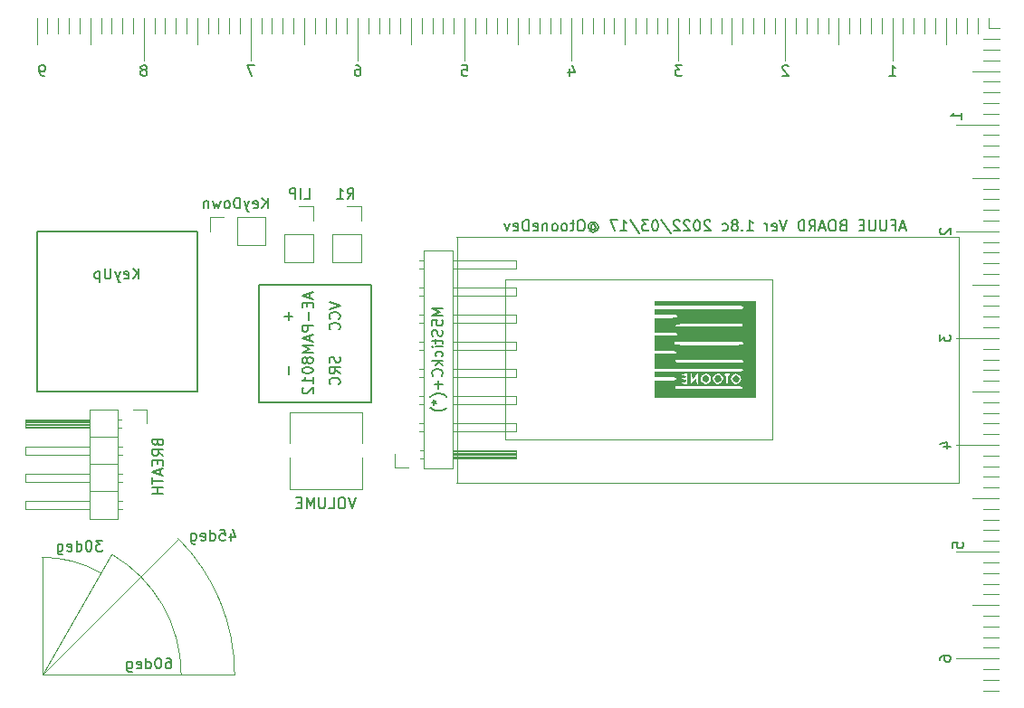
<source format=gbo>
G04 #@! TF.GenerationSoftware,KiCad,Pcbnew,(5.1.8)-1*
G04 #@! TF.CreationDate,2022-03-17T23:11:15+09:00*
G04 #@! TF.ProjectId,windsynth,77696e64-7379-46e7-9468-2e6b69636164,rev?*
G04 #@! TF.SameCoordinates,Original*
G04 #@! TF.FileFunction,Legend,Bot*
G04 #@! TF.FilePolarity,Positive*
%FSLAX46Y46*%
G04 Gerber Fmt 4.6, Leading zero omitted, Abs format (unit mm)*
G04 Created by KiCad (PCBNEW (5.1.8)-1) date 2022-03-17 23:11:15*
%MOMM*%
%LPD*%
G01*
G04 APERTURE LIST*
%ADD10C,0.150000*%
%ADD11C,0.120000*%
%ADD12C,0.010000*%
G04 APERTURE END LIST*
D10*
X123690476Y-65450380D02*
X123500000Y-65450380D01*
X123404761Y-65402761D01*
X123357142Y-65355142D01*
X123261904Y-65212285D01*
X123214285Y-65021809D01*
X123214285Y-64640857D01*
X123261904Y-64545619D01*
X123309523Y-64498000D01*
X123404761Y-64450380D01*
X123595238Y-64450380D01*
X123690476Y-64498000D01*
X123738095Y-64545619D01*
X123785714Y-64640857D01*
X123785714Y-64878952D01*
X123738095Y-64974190D01*
X123690476Y-65021809D01*
X123595238Y-65069428D01*
X123404761Y-65069428D01*
X123309523Y-65021809D01*
X123261904Y-64974190D01*
X123214285Y-64878952D01*
D11*
X123000000Y-62498000D02*
X123000000Y-59998000D01*
X124000000Y-61498000D02*
X124000000Y-59998000D01*
X125000000Y-61498000D02*
X125000000Y-59998000D01*
X126000000Y-61498000D02*
X126000000Y-59998000D01*
X127000000Y-61498000D02*
X127000000Y-59998000D01*
X130000000Y-61498000D02*
X130000000Y-59998000D01*
X132000000Y-61498000D02*
X132000000Y-59998000D01*
X129000000Y-61498000D02*
X129000000Y-59998000D01*
X128000000Y-62498000D02*
X128000000Y-59998000D01*
X131000000Y-61498000D02*
X131000000Y-59998000D01*
X133000000Y-63998000D02*
X133000000Y-59998000D01*
D10*
X133095238Y-64878952D02*
X133190476Y-64831333D01*
X133238095Y-64783714D01*
X133285714Y-64688476D01*
X133285714Y-64640857D01*
X133238095Y-64545619D01*
X133190476Y-64498000D01*
X133095238Y-64450380D01*
X132904761Y-64450380D01*
X132809523Y-64498000D01*
X132761904Y-64545619D01*
X132714285Y-64640857D01*
X132714285Y-64688476D01*
X132761904Y-64783714D01*
X132809523Y-64831333D01*
X132904761Y-64878952D01*
X133095238Y-64878952D01*
X133190476Y-64926571D01*
X133238095Y-64974190D01*
X133285714Y-65069428D01*
X133285714Y-65259904D01*
X133238095Y-65355142D01*
X133190476Y-65402761D01*
X133095238Y-65450380D01*
X132904761Y-65450380D01*
X132809523Y-65402761D01*
X132761904Y-65355142D01*
X132714285Y-65259904D01*
X132714285Y-65069428D01*
X132761904Y-64974190D01*
X132809523Y-64926571D01*
X132904761Y-64878952D01*
D11*
X138000000Y-62498000D02*
X138000000Y-59998000D01*
X142000000Y-61498000D02*
X142000000Y-59998000D01*
X139000000Y-61498000D02*
X139000000Y-59998000D01*
X136000000Y-61498000D02*
X136000000Y-59998000D01*
X141000000Y-61498000D02*
X141000000Y-59998000D01*
X134000000Y-61498000D02*
X134000000Y-59998000D01*
X140000000Y-61498000D02*
X140000000Y-59998000D01*
X137000000Y-61498000D02*
X137000000Y-59998000D01*
X135000000Y-61498000D02*
X135000000Y-59998000D01*
X211470000Y-123000000D02*
X212970000Y-123000000D01*
X211470000Y-122000000D02*
X212970000Y-122000000D01*
X211470000Y-121000000D02*
X212970000Y-121000000D01*
X211500000Y-64000000D02*
X213000000Y-64000000D01*
D10*
X129142857Y-108952380D02*
X128523809Y-108952380D01*
X128857142Y-109333333D01*
X128714285Y-109333333D01*
X128619047Y-109380952D01*
X128571428Y-109428571D01*
X128523809Y-109523809D01*
X128523809Y-109761904D01*
X128571428Y-109857142D01*
X128619047Y-109904761D01*
X128714285Y-109952380D01*
X129000000Y-109952380D01*
X129095238Y-109904761D01*
X129142857Y-109857142D01*
X127904761Y-108952380D02*
X127809523Y-108952380D01*
X127714285Y-109000000D01*
X127666666Y-109047619D01*
X127619047Y-109142857D01*
X127571428Y-109333333D01*
X127571428Y-109571428D01*
X127619047Y-109761904D01*
X127666666Y-109857142D01*
X127714285Y-109904761D01*
X127809523Y-109952380D01*
X127904761Y-109952380D01*
X128000000Y-109904761D01*
X128047619Y-109857142D01*
X128095238Y-109761904D01*
X128142857Y-109571428D01*
X128142857Y-109333333D01*
X128095238Y-109142857D01*
X128047619Y-109047619D01*
X128000000Y-109000000D01*
X127904761Y-108952380D01*
X126714285Y-109952380D02*
X126714285Y-108952380D01*
X126714285Y-109904761D02*
X126809523Y-109952380D01*
X127000000Y-109952380D01*
X127095238Y-109904761D01*
X127142857Y-109857142D01*
X127190476Y-109761904D01*
X127190476Y-109476190D01*
X127142857Y-109380952D01*
X127095238Y-109333333D01*
X127000000Y-109285714D01*
X126809523Y-109285714D01*
X126714285Y-109333333D01*
X125857142Y-109904761D02*
X125952380Y-109952380D01*
X126142857Y-109952380D01*
X126238095Y-109904761D01*
X126285714Y-109809523D01*
X126285714Y-109428571D01*
X126238095Y-109333333D01*
X126142857Y-109285714D01*
X125952380Y-109285714D01*
X125857142Y-109333333D01*
X125809523Y-109428571D01*
X125809523Y-109523809D01*
X126285714Y-109619047D01*
X124952380Y-109285714D02*
X124952380Y-110095238D01*
X125000000Y-110190476D01*
X125047619Y-110238095D01*
X125142857Y-110285714D01*
X125285714Y-110285714D01*
X125380952Y-110238095D01*
X124952380Y-109904761D02*
X125047619Y-109952380D01*
X125238095Y-109952380D01*
X125333333Y-109904761D01*
X125380952Y-109857142D01*
X125428571Y-109761904D01*
X125428571Y-109476190D01*
X125380952Y-109380952D01*
X125333333Y-109333333D01*
X125238095Y-109285714D01*
X125047619Y-109285714D01*
X124952380Y-109333333D01*
X135119047Y-119952380D02*
X135309523Y-119952380D01*
X135404761Y-120000000D01*
X135452380Y-120047619D01*
X135547619Y-120190476D01*
X135595238Y-120380952D01*
X135595238Y-120761904D01*
X135547619Y-120857142D01*
X135500000Y-120904761D01*
X135404761Y-120952380D01*
X135214285Y-120952380D01*
X135119047Y-120904761D01*
X135071428Y-120857142D01*
X135023809Y-120761904D01*
X135023809Y-120523809D01*
X135071428Y-120428571D01*
X135119047Y-120380952D01*
X135214285Y-120333333D01*
X135404761Y-120333333D01*
X135500000Y-120380952D01*
X135547619Y-120428571D01*
X135595238Y-120523809D01*
X134404761Y-119952380D02*
X134309523Y-119952380D01*
X134214285Y-120000000D01*
X134166666Y-120047619D01*
X134119047Y-120142857D01*
X134071428Y-120333333D01*
X134071428Y-120571428D01*
X134119047Y-120761904D01*
X134166666Y-120857142D01*
X134214285Y-120904761D01*
X134309523Y-120952380D01*
X134404761Y-120952380D01*
X134500000Y-120904761D01*
X134547619Y-120857142D01*
X134595238Y-120761904D01*
X134642857Y-120571428D01*
X134642857Y-120333333D01*
X134595238Y-120142857D01*
X134547619Y-120047619D01*
X134500000Y-120000000D01*
X134404761Y-119952380D01*
X133214285Y-120952380D02*
X133214285Y-119952380D01*
X133214285Y-120904761D02*
X133309523Y-120952380D01*
X133500000Y-120952380D01*
X133595238Y-120904761D01*
X133642857Y-120857142D01*
X133690476Y-120761904D01*
X133690476Y-120476190D01*
X133642857Y-120380952D01*
X133595238Y-120333333D01*
X133500000Y-120285714D01*
X133309523Y-120285714D01*
X133214285Y-120333333D01*
X132357142Y-120904761D02*
X132452380Y-120952380D01*
X132642857Y-120952380D01*
X132738095Y-120904761D01*
X132785714Y-120809523D01*
X132785714Y-120428571D01*
X132738095Y-120333333D01*
X132642857Y-120285714D01*
X132452380Y-120285714D01*
X132357142Y-120333333D01*
X132309523Y-120428571D01*
X132309523Y-120523809D01*
X132785714Y-120619047D01*
X131452380Y-120285714D02*
X131452380Y-121095238D01*
X131500000Y-121190476D01*
X131547619Y-121238095D01*
X131642857Y-121285714D01*
X131785714Y-121285714D01*
X131880952Y-121238095D01*
X131452380Y-120904761D02*
X131547619Y-120952380D01*
X131738095Y-120952380D01*
X131833333Y-120904761D01*
X131880952Y-120857142D01*
X131928571Y-120761904D01*
X131928571Y-120476190D01*
X131880952Y-120380952D01*
X131833333Y-120333333D01*
X131738095Y-120285714D01*
X131547619Y-120285714D01*
X131452380Y-120333333D01*
X141119047Y-108285714D02*
X141119047Y-108952380D01*
X141357142Y-107904761D02*
X141595238Y-108619047D01*
X140976190Y-108619047D01*
X140119047Y-107952380D02*
X140595238Y-107952380D01*
X140642857Y-108428571D01*
X140595238Y-108380952D01*
X140500000Y-108333333D01*
X140261904Y-108333333D01*
X140166666Y-108380952D01*
X140119047Y-108428571D01*
X140071428Y-108523809D01*
X140071428Y-108761904D01*
X140119047Y-108857142D01*
X140166666Y-108904761D01*
X140261904Y-108952380D01*
X140500000Y-108952380D01*
X140595238Y-108904761D01*
X140642857Y-108857142D01*
X139214285Y-108952380D02*
X139214285Y-107952380D01*
X139214285Y-108904761D02*
X139309523Y-108952380D01*
X139500000Y-108952380D01*
X139595238Y-108904761D01*
X139642857Y-108857142D01*
X139690476Y-108761904D01*
X139690476Y-108476190D01*
X139642857Y-108380952D01*
X139595238Y-108333333D01*
X139500000Y-108285714D01*
X139309523Y-108285714D01*
X139214285Y-108333333D01*
X138357142Y-108904761D02*
X138452380Y-108952380D01*
X138642857Y-108952380D01*
X138738095Y-108904761D01*
X138785714Y-108809523D01*
X138785714Y-108428571D01*
X138738095Y-108333333D01*
X138642857Y-108285714D01*
X138452380Y-108285714D01*
X138357142Y-108333333D01*
X138309523Y-108428571D01*
X138309523Y-108523809D01*
X138785714Y-108619047D01*
X137452380Y-108285714D02*
X137452380Y-109095238D01*
X137500000Y-109190476D01*
X137547619Y-109238095D01*
X137642857Y-109285714D01*
X137785714Y-109285714D01*
X137880952Y-109238095D01*
X137452380Y-108904761D02*
X137547619Y-108952380D01*
X137738095Y-108952380D01*
X137833333Y-108904761D01*
X137880952Y-108857142D01*
X137928571Y-108761904D01*
X137928571Y-108476190D01*
X137880952Y-108380952D01*
X137833333Y-108333333D01*
X137738095Y-108285714D01*
X137547619Y-108285714D01*
X137452380Y-108333333D01*
D11*
X123500000Y-110524752D02*
G75*
G02*
X128999999Y-112002001I0J-10977248D01*
G01*
X123500000Y-121500000D02*
X123500000Y-110498000D01*
X136227013Y-108773169D02*
G75*
G02*
X141500000Y-121500000I-12727013J-12728831D01*
G01*
X130000000Y-110241586D02*
X123503610Y-121502000D01*
X130000000Y-110241586D02*
G75*
G02*
X136503610Y-121500000I-6496390J-11260414D01*
G01*
X123500000Y-121500000D02*
X141500000Y-121498000D01*
X136227013Y-108773169D02*
X123500000Y-121502000D01*
D10*
X207452380Y-120190476D02*
X207452380Y-120000000D01*
X207500000Y-119904761D01*
X207547619Y-119857142D01*
X207690476Y-119761904D01*
X207880952Y-119714285D01*
X208261904Y-119714285D01*
X208357142Y-119761904D01*
X208404761Y-119809523D01*
X208452380Y-119904761D01*
X208452380Y-120095238D01*
X208404761Y-120190476D01*
X208357142Y-120238095D01*
X208261904Y-120285714D01*
X208023809Y-120285714D01*
X207928571Y-120238095D01*
X207880952Y-120190476D01*
X207833333Y-120095238D01*
X207833333Y-119904761D01*
X207880952Y-119809523D01*
X207928571Y-119761904D01*
X208023809Y-119714285D01*
D11*
X208970000Y-120000000D02*
X212970000Y-120000000D01*
X211470000Y-117000000D02*
X212970000Y-117000000D01*
X211470000Y-114000000D02*
X212970000Y-114000000D01*
X211470000Y-111000000D02*
X212970000Y-111000000D01*
X210470000Y-115000000D02*
X212970000Y-115000000D01*
X211470000Y-112000000D02*
X212970000Y-112000000D01*
X211470000Y-113000000D02*
X212970000Y-113000000D01*
X211470000Y-116000000D02*
X212970000Y-116000000D01*
X211470000Y-118000000D02*
X212970000Y-118000000D01*
X211470000Y-119000000D02*
X212970000Y-119000000D01*
D10*
X208637380Y-109633095D02*
X208637380Y-109156904D01*
X209113571Y-109109285D01*
X209065952Y-109156904D01*
X209018333Y-109252142D01*
X209018333Y-109490238D01*
X209065952Y-109585476D01*
X209113571Y-109633095D01*
X209208809Y-109680714D01*
X209446904Y-109680714D01*
X209542142Y-109633095D01*
X209589761Y-109585476D01*
X209637380Y-109490238D01*
X209637380Y-109252142D01*
X209589761Y-109156904D01*
X209542142Y-109109285D01*
D11*
X211470000Y-103000000D02*
X212970000Y-103000000D01*
X211470000Y-108000000D02*
X212970000Y-108000000D01*
X211470000Y-106000000D02*
X212970000Y-106000000D01*
X211470000Y-109000000D02*
X212970000Y-109000000D01*
X211470000Y-102000000D02*
X212970000Y-102000000D01*
X208970000Y-110000000D02*
X212970000Y-110000000D01*
X211470000Y-107000000D02*
X212970000Y-107000000D01*
X211470000Y-101000000D02*
X212970000Y-101000000D01*
X211470000Y-104000000D02*
X212970000Y-104000000D01*
X210470000Y-105000000D02*
X212970000Y-105000000D01*
D10*
X207785714Y-100190476D02*
X208452380Y-100190476D01*
X207404761Y-99952380D02*
X208119047Y-99714285D01*
X208119047Y-100333333D01*
D11*
X211470000Y-96000000D02*
X212970000Y-96000000D01*
X208970000Y-100000000D02*
X212970000Y-100000000D01*
X211470000Y-93000000D02*
X212970000Y-93000000D01*
X211470000Y-92000000D02*
X212970000Y-92000000D01*
X211470000Y-97000000D02*
X212970000Y-97000000D01*
X211470000Y-94000000D02*
X212970000Y-94000000D01*
X211470000Y-99000000D02*
X212970000Y-99000000D01*
X211470000Y-98000000D02*
X212970000Y-98000000D01*
X210470000Y-95000000D02*
X212970000Y-95000000D01*
X211470000Y-91000000D02*
X212970000Y-91000000D01*
D10*
X207452380Y-89666666D02*
X207452380Y-90285714D01*
X207833333Y-89952380D01*
X207833333Y-90095238D01*
X207880952Y-90190476D01*
X207928571Y-90238095D01*
X208023809Y-90285714D01*
X208261904Y-90285714D01*
X208357142Y-90238095D01*
X208404761Y-90190476D01*
X208452380Y-90095238D01*
X208452380Y-89809523D01*
X208404761Y-89714285D01*
X208357142Y-89666666D01*
D11*
X211470000Y-86000000D02*
X212970000Y-86000000D01*
X209000000Y-90000000D02*
X212970000Y-90000000D01*
X210470000Y-85000000D02*
X212970000Y-85000000D01*
X211470000Y-81000000D02*
X212970000Y-81000000D01*
X211470000Y-88000000D02*
X212970000Y-88000000D01*
X211470000Y-83000000D02*
X212970000Y-83000000D01*
X211470000Y-82000000D02*
X212970000Y-82000000D01*
X211470000Y-84000000D02*
X212970000Y-84000000D01*
X211470000Y-87000000D02*
X212970000Y-87000000D01*
X211470000Y-89000000D02*
X212970000Y-89000000D01*
D10*
X207547619Y-79714285D02*
X207500000Y-79761904D01*
X207452380Y-79857142D01*
X207452380Y-80095238D01*
X207500000Y-80190476D01*
X207547619Y-80238095D01*
X207642857Y-80285714D01*
X207738095Y-80285714D01*
X207880952Y-80238095D01*
X208452380Y-79666666D01*
X208452380Y-80285714D01*
D11*
X211470000Y-73000000D02*
X212970000Y-73000000D01*
X210470000Y-75000000D02*
X212970000Y-75000000D01*
X211470000Y-71000000D02*
X212970000Y-71000000D01*
X211470000Y-72000000D02*
X212970000Y-72000000D01*
X211470000Y-79000000D02*
X212970000Y-79000000D01*
X211470000Y-77000000D02*
X212970000Y-77000000D01*
X211470000Y-74000000D02*
X212970000Y-74000000D01*
X211470000Y-78000000D02*
X212970000Y-78000000D01*
X211470000Y-76000000D02*
X212970000Y-76000000D01*
X208970000Y-80000000D02*
X212970000Y-80000000D01*
D10*
X209452380Y-69485714D02*
X209452380Y-68914285D01*
X209452380Y-69200000D02*
X208452380Y-69200000D01*
X208595238Y-69104761D01*
X208690476Y-69009523D01*
X208738095Y-68914285D01*
D11*
X211500000Y-61998000D02*
X213000000Y-61998000D01*
X210500000Y-64998000D02*
X213000000Y-64998000D01*
X212000000Y-60998000D02*
X213000000Y-60998000D01*
X211470000Y-69000000D02*
X212970000Y-69000000D01*
X211500000Y-66998000D02*
X213000000Y-66998000D01*
X211500000Y-63000000D02*
X213000000Y-63000000D01*
X211470000Y-68000000D02*
X212970000Y-68000000D01*
X211500000Y-65998000D02*
X213000000Y-65998000D01*
X208970000Y-70000000D02*
X212970000Y-70000000D01*
D10*
X143333333Y-64450380D02*
X142666666Y-64450380D01*
X143095238Y-65450380D01*
X152809523Y-64450380D02*
X153000000Y-64450380D01*
X153095238Y-64498000D01*
X153142857Y-64545619D01*
X153238095Y-64688476D01*
X153285714Y-64878952D01*
X153285714Y-65259904D01*
X153238095Y-65355142D01*
X153190476Y-65402761D01*
X153095238Y-65450380D01*
X152904761Y-65450380D01*
X152809523Y-65402761D01*
X152761904Y-65355142D01*
X152714285Y-65259904D01*
X152714285Y-65021809D01*
X152761904Y-64926571D01*
X152809523Y-64878952D01*
X152904761Y-64831333D01*
X153095238Y-64831333D01*
X153190476Y-64878952D01*
X153238095Y-64926571D01*
X153285714Y-65021809D01*
X162761904Y-64450380D02*
X163238095Y-64450380D01*
X163285714Y-64926571D01*
X163238095Y-64878952D01*
X163142857Y-64831333D01*
X162904761Y-64831333D01*
X162809523Y-64878952D01*
X162761904Y-64926571D01*
X162714285Y-65021809D01*
X162714285Y-65259904D01*
X162761904Y-65355142D01*
X162809523Y-65402761D01*
X162904761Y-65450380D01*
X163142857Y-65450380D01*
X163238095Y-65402761D01*
X163285714Y-65355142D01*
X172809523Y-64783714D02*
X172809523Y-65450380D01*
X173047619Y-64402761D02*
X173285714Y-65117047D01*
X172666666Y-65117047D01*
X183333333Y-64450380D02*
X182714285Y-64450380D01*
X183047619Y-64831333D01*
X182904761Y-64831333D01*
X182809523Y-64878952D01*
X182761904Y-64926571D01*
X182714285Y-65021809D01*
X182714285Y-65259904D01*
X182761904Y-65355142D01*
X182809523Y-65402761D01*
X182904761Y-65450380D01*
X183190476Y-65450380D01*
X183285714Y-65402761D01*
X183333333Y-65355142D01*
X193285714Y-64545619D02*
X193238095Y-64498000D01*
X193142857Y-64450380D01*
X192904761Y-64450380D01*
X192809523Y-64498000D01*
X192761904Y-64545619D01*
X192714285Y-64640857D01*
X192714285Y-64736095D01*
X192761904Y-64878952D01*
X193333333Y-65450380D01*
X192714285Y-65450380D01*
X202714285Y-65450380D02*
X203285714Y-65450380D01*
X203000000Y-65450380D02*
X203000000Y-64450380D01*
X203095238Y-64593238D01*
X203190476Y-64688476D01*
X203285714Y-64736095D01*
D11*
X145000000Y-61498000D02*
X145000000Y-59998000D01*
X146000000Y-61498000D02*
X146000000Y-59998000D01*
X144000000Y-61498000D02*
X144000000Y-59998000D01*
X147000000Y-61498000D02*
X147000000Y-59998000D01*
X149000000Y-61498000D02*
X149000000Y-59998000D01*
X152000000Y-61498000D02*
X152000000Y-59998000D01*
X150000000Y-61498000D02*
X150000000Y-59998000D01*
X151000000Y-61498000D02*
X151000000Y-59998000D01*
X154000000Y-61498000D02*
X154000000Y-59998000D01*
X156000000Y-61498000D02*
X156000000Y-59998000D01*
X157000000Y-61498000D02*
X157000000Y-59998000D01*
X155000000Y-61498000D02*
X155000000Y-59998000D01*
X161000000Y-61498000D02*
X161000000Y-59998000D01*
X162000000Y-61498000D02*
X162000000Y-59998000D01*
X159000000Y-61498000D02*
X159000000Y-59998000D01*
X160000000Y-61498000D02*
X160000000Y-59998000D01*
X167000000Y-61498000D02*
X167000000Y-59998000D01*
X165000000Y-61498000D02*
X165000000Y-59998000D01*
X166000000Y-61498000D02*
X166000000Y-59998000D01*
X164000000Y-61498000D02*
X164000000Y-59998000D01*
X171000000Y-61498000D02*
X171000000Y-59998000D01*
X172000000Y-61498000D02*
X172000000Y-59998000D01*
X170000000Y-61498000D02*
X170000000Y-59998000D01*
X169000000Y-61498000D02*
X169000000Y-59998000D01*
X175000000Y-61498000D02*
X175000000Y-59998000D01*
X174000000Y-61498000D02*
X174000000Y-59998000D01*
X176000000Y-61498000D02*
X176000000Y-59998000D01*
X177000000Y-61498000D02*
X177000000Y-59998000D01*
X182000000Y-61498000D02*
X182000000Y-59998000D01*
X179000000Y-61498000D02*
X179000000Y-59998000D01*
X180000000Y-61498000D02*
X180000000Y-59998000D01*
X181000000Y-61498000D02*
X181000000Y-59998000D01*
X185000000Y-61498000D02*
X185000000Y-59998000D01*
X184000000Y-61498000D02*
X184000000Y-59998000D01*
X187000000Y-61498000D02*
X187000000Y-59998000D01*
X186000000Y-61498000D02*
X186000000Y-59998000D01*
X189000000Y-61498000D02*
X189000000Y-59998000D01*
X190000000Y-61498000D02*
X190000000Y-59998000D01*
X191000000Y-61498000D02*
X191000000Y-59998000D01*
X192000000Y-61498000D02*
X192000000Y-59998000D01*
X194000000Y-61498000D02*
X194000000Y-59998000D01*
X195000000Y-61498000D02*
X195000000Y-59998000D01*
X196000000Y-61498000D02*
X196000000Y-59998000D01*
X197000000Y-61498000D02*
X197000000Y-59998000D01*
X199000000Y-61498000D02*
X199000000Y-59998000D01*
X200000000Y-61498000D02*
X200000000Y-59998000D01*
X201000000Y-61498000D02*
X201000000Y-59998000D01*
X202000000Y-61498000D02*
X202000000Y-59998000D01*
X204000000Y-61498000D02*
X204000000Y-59998000D01*
X205000000Y-61498000D02*
X205000000Y-59998000D01*
X206000000Y-61498000D02*
X206000000Y-59998000D01*
X207000000Y-61498000D02*
X207000000Y-59998000D01*
X212000000Y-60998000D02*
X212000000Y-59998000D01*
X211000000Y-61498000D02*
X211000000Y-59998000D01*
X210000000Y-61498000D02*
X210000000Y-59998000D01*
X209000000Y-61498000D02*
X209000000Y-59998000D01*
X208000000Y-62498000D02*
X208000000Y-59998000D01*
X198000000Y-62498000D02*
X198000000Y-59998000D01*
X188000000Y-62498000D02*
X188000000Y-59998000D01*
X178000000Y-62498000D02*
X178000000Y-59998000D01*
X168000000Y-62498000D02*
X168000000Y-59998000D01*
X158000000Y-62498000D02*
X158000000Y-59998000D01*
X148000000Y-62498000D02*
X148000000Y-59998000D01*
X143000000Y-63998000D02*
X143000000Y-59998000D01*
X203000000Y-63998000D02*
X203000000Y-59998000D01*
X193000000Y-63998000D02*
X193000000Y-59998000D01*
X183000000Y-63998000D02*
X183000000Y-59998000D01*
X173000000Y-63998000D02*
X173000000Y-59998000D01*
X163000000Y-63998000D02*
X163000000Y-59998000D01*
X153000000Y-59998000D02*
X153000000Y-63998000D01*
X191794000Y-99532000D02*
X166794000Y-99532000D01*
X191794000Y-84532000D02*
X191794000Y-99532000D01*
X166794000Y-84532000D02*
X191794000Y-84532000D01*
X166794000Y-99532000D02*
X166794000Y-84532000D01*
X162294000Y-103532000D02*
X162294000Y-80532000D01*
X209195000Y-103532000D02*
X162195000Y-103532000D01*
X209195000Y-80532000D02*
X209195000Y-103532000D01*
X162195000Y-80532000D02*
X209195000Y-80532000D01*
D10*
X204212023Y-79666666D02*
X203735833Y-79666666D01*
X204307261Y-79952380D02*
X203973928Y-78952380D01*
X203640595Y-79952380D01*
X202973928Y-79428571D02*
X203307261Y-79428571D01*
X203307261Y-79952380D02*
X203307261Y-78952380D01*
X202831071Y-78952380D01*
X202450119Y-78952380D02*
X202450119Y-79761904D01*
X202402500Y-79857142D01*
X202354880Y-79904761D01*
X202259642Y-79952380D01*
X202069166Y-79952380D01*
X201973928Y-79904761D01*
X201926309Y-79857142D01*
X201878690Y-79761904D01*
X201878690Y-78952380D01*
X201402500Y-78952380D02*
X201402500Y-79761904D01*
X201354880Y-79857142D01*
X201307261Y-79904761D01*
X201212023Y-79952380D01*
X201021547Y-79952380D01*
X200926309Y-79904761D01*
X200878690Y-79857142D01*
X200831071Y-79761904D01*
X200831071Y-78952380D01*
X200354880Y-79428571D02*
X200021547Y-79428571D01*
X199878690Y-79952380D02*
X200354880Y-79952380D01*
X200354880Y-78952380D01*
X199878690Y-78952380D01*
X198354880Y-79428571D02*
X198212023Y-79476190D01*
X198164404Y-79523809D01*
X198116785Y-79619047D01*
X198116785Y-79761904D01*
X198164404Y-79857142D01*
X198212023Y-79904761D01*
X198307261Y-79952380D01*
X198688214Y-79952380D01*
X198688214Y-78952380D01*
X198354880Y-78952380D01*
X198259642Y-79000000D01*
X198212023Y-79047619D01*
X198164404Y-79142857D01*
X198164404Y-79238095D01*
X198212023Y-79333333D01*
X198259642Y-79380952D01*
X198354880Y-79428571D01*
X198688214Y-79428571D01*
X197497738Y-78952380D02*
X197307261Y-78952380D01*
X197212023Y-79000000D01*
X197116785Y-79095238D01*
X197069166Y-79285714D01*
X197069166Y-79619047D01*
X197116785Y-79809523D01*
X197212023Y-79904761D01*
X197307261Y-79952380D01*
X197497738Y-79952380D01*
X197592976Y-79904761D01*
X197688214Y-79809523D01*
X197735833Y-79619047D01*
X197735833Y-79285714D01*
X197688214Y-79095238D01*
X197592976Y-79000000D01*
X197497738Y-78952380D01*
X196688214Y-79666666D02*
X196212023Y-79666666D01*
X196783452Y-79952380D02*
X196450119Y-78952380D01*
X196116785Y-79952380D01*
X195212023Y-79952380D02*
X195545357Y-79476190D01*
X195783452Y-79952380D02*
X195783452Y-78952380D01*
X195402500Y-78952380D01*
X195307261Y-79000000D01*
X195259642Y-79047619D01*
X195212023Y-79142857D01*
X195212023Y-79285714D01*
X195259642Y-79380952D01*
X195307261Y-79428571D01*
X195402500Y-79476190D01*
X195783452Y-79476190D01*
X194783452Y-79952380D02*
X194783452Y-78952380D01*
X194545357Y-78952380D01*
X194402500Y-79000000D01*
X194307261Y-79095238D01*
X194259642Y-79190476D01*
X194212023Y-79380952D01*
X194212023Y-79523809D01*
X194259642Y-79714285D01*
X194307261Y-79809523D01*
X194402500Y-79904761D01*
X194545357Y-79952380D01*
X194783452Y-79952380D01*
X193164404Y-78952380D02*
X192831071Y-79952380D01*
X192497738Y-78952380D01*
X191783452Y-79904761D02*
X191878690Y-79952380D01*
X192069166Y-79952380D01*
X192164404Y-79904761D01*
X192212023Y-79809523D01*
X192212023Y-79428571D01*
X192164404Y-79333333D01*
X192069166Y-79285714D01*
X191878690Y-79285714D01*
X191783452Y-79333333D01*
X191735833Y-79428571D01*
X191735833Y-79523809D01*
X192212023Y-79619047D01*
X191307261Y-79952380D02*
X191307261Y-79285714D01*
X191307261Y-79476190D02*
X191259642Y-79380952D01*
X191212023Y-79333333D01*
X191116785Y-79285714D01*
X191021547Y-79285714D01*
X189402500Y-79952380D02*
X189973928Y-79952380D01*
X189688214Y-79952380D02*
X189688214Y-78952380D01*
X189783452Y-79095238D01*
X189878690Y-79190476D01*
X189973928Y-79238095D01*
X188973928Y-79857142D02*
X188926309Y-79904761D01*
X188973928Y-79952380D01*
X189021547Y-79904761D01*
X188973928Y-79857142D01*
X188973928Y-79952380D01*
X188354880Y-79380952D02*
X188450119Y-79333333D01*
X188497738Y-79285714D01*
X188545357Y-79190476D01*
X188545357Y-79142857D01*
X188497738Y-79047619D01*
X188450119Y-79000000D01*
X188354880Y-78952380D01*
X188164404Y-78952380D01*
X188069166Y-79000000D01*
X188021547Y-79047619D01*
X187973928Y-79142857D01*
X187973928Y-79190476D01*
X188021547Y-79285714D01*
X188069166Y-79333333D01*
X188164404Y-79380952D01*
X188354880Y-79380952D01*
X188450119Y-79428571D01*
X188497738Y-79476190D01*
X188545357Y-79571428D01*
X188545357Y-79761904D01*
X188497738Y-79857142D01*
X188450119Y-79904761D01*
X188354880Y-79952380D01*
X188164404Y-79952380D01*
X188069166Y-79904761D01*
X188021547Y-79857142D01*
X187973928Y-79761904D01*
X187973928Y-79571428D01*
X188021547Y-79476190D01*
X188069166Y-79428571D01*
X188164404Y-79380952D01*
X187116785Y-79904761D02*
X187212023Y-79952380D01*
X187402500Y-79952380D01*
X187497738Y-79904761D01*
X187545357Y-79857142D01*
X187592976Y-79761904D01*
X187592976Y-79476190D01*
X187545357Y-79380952D01*
X187497738Y-79333333D01*
X187402500Y-79285714D01*
X187212023Y-79285714D01*
X187116785Y-79333333D01*
X185973928Y-79047619D02*
X185926309Y-79000000D01*
X185831071Y-78952380D01*
X185592976Y-78952380D01*
X185497738Y-79000000D01*
X185450119Y-79047619D01*
X185402500Y-79142857D01*
X185402500Y-79238095D01*
X185450119Y-79380952D01*
X186021547Y-79952380D01*
X185402500Y-79952380D01*
X184783452Y-78952380D02*
X184688214Y-78952380D01*
X184592976Y-79000000D01*
X184545357Y-79047619D01*
X184497738Y-79142857D01*
X184450119Y-79333333D01*
X184450119Y-79571428D01*
X184497738Y-79761904D01*
X184545357Y-79857142D01*
X184592976Y-79904761D01*
X184688214Y-79952380D01*
X184783452Y-79952380D01*
X184878690Y-79904761D01*
X184926309Y-79857142D01*
X184973928Y-79761904D01*
X185021547Y-79571428D01*
X185021547Y-79333333D01*
X184973928Y-79142857D01*
X184926309Y-79047619D01*
X184878690Y-79000000D01*
X184783452Y-78952380D01*
X184069166Y-79047619D02*
X184021547Y-79000000D01*
X183926309Y-78952380D01*
X183688214Y-78952380D01*
X183592976Y-79000000D01*
X183545357Y-79047619D01*
X183497738Y-79142857D01*
X183497738Y-79238095D01*
X183545357Y-79380952D01*
X184116785Y-79952380D01*
X183497738Y-79952380D01*
X183116785Y-79047619D02*
X183069166Y-79000000D01*
X182973928Y-78952380D01*
X182735833Y-78952380D01*
X182640595Y-79000000D01*
X182592976Y-79047619D01*
X182545357Y-79142857D01*
X182545357Y-79238095D01*
X182592976Y-79380952D01*
X183164404Y-79952380D01*
X182545357Y-79952380D01*
X181402500Y-78904761D02*
X182259642Y-80190476D01*
X180878690Y-78952380D02*
X180783452Y-78952380D01*
X180688214Y-79000000D01*
X180640595Y-79047619D01*
X180592976Y-79142857D01*
X180545357Y-79333333D01*
X180545357Y-79571428D01*
X180592976Y-79761904D01*
X180640595Y-79857142D01*
X180688214Y-79904761D01*
X180783452Y-79952380D01*
X180878690Y-79952380D01*
X180973928Y-79904761D01*
X181021547Y-79857142D01*
X181069166Y-79761904D01*
X181116785Y-79571428D01*
X181116785Y-79333333D01*
X181069166Y-79142857D01*
X181021547Y-79047619D01*
X180973928Y-79000000D01*
X180878690Y-78952380D01*
X180212023Y-78952380D02*
X179592976Y-78952380D01*
X179926309Y-79333333D01*
X179783452Y-79333333D01*
X179688214Y-79380952D01*
X179640595Y-79428571D01*
X179592976Y-79523809D01*
X179592976Y-79761904D01*
X179640595Y-79857142D01*
X179688214Y-79904761D01*
X179783452Y-79952380D01*
X180069166Y-79952380D01*
X180164404Y-79904761D01*
X180212023Y-79857142D01*
X178450119Y-78904761D02*
X179307261Y-80190476D01*
X177592976Y-79952380D02*
X178164404Y-79952380D01*
X177878690Y-79952380D02*
X177878690Y-78952380D01*
X177973928Y-79095238D01*
X178069166Y-79190476D01*
X178164404Y-79238095D01*
X177259642Y-78952380D02*
X176592976Y-78952380D01*
X177021547Y-79952380D01*
X174831071Y-79476190D02*
X174878690Y-79428571D01*
X174973928Y-79380952D01*
X175069166Y-79380952D01*
X175164404Y-79428571D01*
X175212023Y-79476190D01*
X175259642Y-79571428D01*
X175259642Y-79666666D01*
X175212023Y-79761904D01*
X175164404Y-79809523D01*
X175069166Y-79857142D01*
X174973928Y-79857142D01*
X174878690Y-79809523D01*
X174831071Y-79761904D01*
X174831071Y-79380952D02*
X174831071Y-79761904D01*
X174783452Y-79809523D01*
X174735833Y-79809523D01*
X174640595Y-79761904D01*
X174592976Y-79666666D01*
X174592976Y-79428571D01*
X174688214Y-79285714D01*
X174831071Y-79190476D01*
X175021547Y-79142857D01*
X175212023Y-79190476D01*
X175354880Y-79285714D01*
X175450119Y-79428571D01*
X175497738Y-79619047D01*
X175450119Y-79809523D01*
X175354880Y-79952380D01*
X175212023Y-80047619D01*
X175021547Y-80095238D01*
X174831071Y-80047619D01*
X174688214Y-79952380D01*
X173973928Y-78952380D02*
X173783452Y-78952380D01*
X173688214Y-79000000D01*
X173592976Y-79095238D01*
X173545357Y-79285714D01*
X173545357Y-79619047D01*
X173592976Y-79809523D01*
X173688214Y-79904761D01*
X173783452Y-79952380D01*
X173973928Y-79952380D01*
X174069166Y-79904761D01*
X174164404Y-79809523D01*
X174212023Y-79619047D01*
X174212023Y-79285714D01*
X174164404Y-79095238D01*
X174069166Y-79000000D01*
X173973928Y-78952380D01*
X173259642Y-79285714D02*
X172878690Y-79285714D01*
X173116785Y-78952380D02*
X173116785Y-79809523D01*
X173069166Y-79904761D01*
X172973928Y-79952380D01*
X172878690Y-79952380D01*
X172402500Y-79952380D02*
X172497738Y-79904761D01*
X172545357Y-79857142D01*
X172592976Y-79761904D01*
X172592976Y-79476190D01*
X172545357Y-79380952D01*
X172497738Y-79333333D01*
X172402500Y-79285714D01*
X172259642Y-79285714D01*
X172164404Y-79333333D01*
X172116785Y-79380952D01*
X172069166Y-79476190D01*
X172069166Y-79761904D01*
X172116785Y-79857142D01*
X172164404Y-79904761D01*
X172259642Y-79952380D01*
X172402500Y-79952380D01*
X171497738Y-79952380D02*
X171592976Y-79904761D01*
X171640595Y-79857142D01*
X171688214Y-79761904D01*
X171688214Y-79476190D01*
X171640595Y-79380952D01*
X171592976Y-79333333D01*
X171497738Y-79285714D01*
X171354880Y-79285714D01*
X171259642Y-79333333D01*
X171212023Y-79380952D01*
X171164404Y-79476190D01*
X171164404Y-79761904D01*
X171212023Y-79857142D01*
X171259642Y-79904761D01*
X171354880Y-79952380D01*
X171497738Y-79952380D01*
X170735833Y-79285714D02*
X170735833Y-79952380D01*
X170735833Y-79380952D02*
X170688214Y-79333333D01*
X170592976Y-79285714D01*
X170450119Y-79285714D01*
X170354880Y-79333333D01*
X170307261Y-79428571D01*
X170307261Y-79952380D01*
X169450119Y-79904761D02*
X169545357Y-79952380D01*
X169735833Y-79952380D01*
X169831071Y-79904761D01*
X169878690Y-79809523D01*
X169878690Y-79428571D01*
X169831071Y-79333333D01*
X169735833Y-79285714D01*
X169545357Y-79285714D01*
X169450119Y-79333333D01*
X169402500Y-79428571D01*
X169402500Y-79523809D01*
X169878690Y-79619047D01*
X168973928Y-79952380D02*
X168973928Y-78952380D01*
X168735833Y-78952380D01*
X168592976Y-79000000D01*
X168497738Y-79095238D01*
X168450119Y-79190476D01*
X168402500Y-79380952D01*
X168402500Y-79523809D01*
X168450119Y-79714285D01*
X168497738Y-79809523D01*
X168592976Y-79904761D01*
X168735833Y-79952380D01*
X168973928Y-79952380D01*
X167592976Y-79904761D02*
X167688214Y-79952380D01*
X167878690Y-79952380D01*
X167973928Y-79904761D01*
X168021547Y-79809523D01*
X168021547Y-79428571D01*
X167973928Y-79333333D01*
X167878690Y-79285714D01*
X167688214Y-79285714D01*
X167592976Y-79333333D01*
X167545357Y-79428571D01*
X167545357Y-79523809D01*
X168021547Y-79619047D01*
X167212023Y-79285714D02*
X166973928Y-79952380D01*
X166735833Y-79285714D01*
D11*
G04 #@! TO.C,M5StickC+(\u002A)*
X156480000Y-102156000D02*
X157750000Y-102156000D01*
X156480000Y-100886000D02*
X156480000Y-102156000D01*
X158792929Y-82726000D02*
X159190000Y-82726000D01*
X158792929Y-83486000D02*
X159190000Y-83486000D01*
X167850000Y-82726000D02*
X161850000Y-82726000D01*
X167850000Y-83486000D02*
X167850000Y-82726000D01*
X161850000Y-83486000D02*
X167850000Y-83486000D01*
X158792929Y-85266000D02*
X159190000Y-85266000D01*
X158792929Y-86026000D02*
X159190000Y-86026000D01*
X167850000Y-85266000D02*
X161850000Y-85266000D01*
X167850000Y-86026000D02*
X167850000Y-85266000D01*
X161850000Y-86026000D02*
X167850000Y-86026000D01*
X158792929Y-87806000D02*
X159190000Y-87806000D01*
X158792929Y-88566000D02*
X159190000Y-88566000D01*
X167850000Y-87806000D02*
X161850000Y-87806000D01*
X167850000Y-88566000D02*
X167850000Y-87806000D01*
X161850000Y-88566000D02*
X167850000Y-88566000D01*
X158792929Y-90346000D02*
X159190000Y-90346000D01*
X158792929Y-91106000D02*
X159190000Y-91106000D01*
X167850000Y-90346000D02*
X161850000Y-90346000D01*
X167850000Y-91106000D02*
X167850000Y-90346000D01*
X161850000Y-91106000D02*
X167850000Y-91106000D01*
X158792929Y-92886000D02*
X159190000Y-92886000D01*
X158792929Y-93646000D02*
X159190000Y-93646000D01*
X167850000Y-92886000D02*
X161850000Y-92886000D01*
X167850000Y-93646000D02*
X167850000Y-92886000D01*
X161850000Y-93646000D02*
X167850000Y-93646000D01*
X158792929Y-95426000D02*
X159190000Y-95426000D01*
X158792929Y-96186000D02*
X159190000Y-96186000D01*
X167850000Y-95426000D02*
X161850000Y-95426000D01*
X167850000Y-96186000D02*
X167850000Y-95426000D01*
X161850000Y-96186000D02*
X167850000Y-96186000D01*
X158792929Y-97966000D02*
X159190000Y-97966000D01*
X158792929Y-98726000D02*
X159190000Y-98726000D01*
X167850000Y-97966000D02*
X161850000Y-97966000D01*
X167850000Y-98726000D02*
X167850000Y-97966000D01*
X161850000Y-98726000D02*
X167850000Y-98726000D01*
X158860000Y-100506000D02*
X159190000Y-100506000D01*
X158860000Y-101266000D02*
X159190000Y-101266000D01*
X161850000Y-100606000D02*
X167850000Y-100606000D01*
X161850000Y-100726000D02*
X167850000Y-100726000D01*
X161850000Y-100846000D02*
X167850000Y-100846000D01*
X161850000Y-100966000D02*
X167850000Y-100966000D01*
X161850000Y-101086000D02*
X167850000Y-101086000D01*
X161850000Y-101206000D02*
X167850000Y-101206000D01*
X167850000Y-100506000D02*
X161850000Y-100506000D01*
X167850000Y-101266000D02*
X167850000Y-100506000D01*
X161850000Y-101266000D02*
X167850000Y-101266000D01*
X161850000Y-102216000D02*
X159190000Y-102216000D01*
X161850000Y-81776000D02*
X161850000Y-102216000D01*
X159190000Y-81776000D02*
X161850000Y-81776000D01*
X159190000Y-102216000D02*
X159190000Y-81776000D01*
D12*
G04 #@! TO.C,G\u002A\u002A\u002A*
G36*
X185368942Y-93532661D02*
G01*
X185281508Y-93631051D01*
X185252043Y-93782952D01*
X185253781Y-93818762D01*
X185275698Y-93933682D01*
X185331192Y-93998435D01*
X185394167Y-94028920D01*
X185502498Y-94058117D01*
X185584651Y-94057987D01*
X185584667Y-94057981D01*
X185709679Y-93982056D01*
X185776803Y-93870996D01*
X185788988Y-93745938D01*
X185749178Y-93628022D01*
X185660322Y-93538386D01*
X185525366Y-93498168D01*
X185506562Y-93497667D01*
X185368942Y-93532661D01*
G37*
X185368942Y-93532661D02*
X185281508Y-93631051D01*
X185252043Y-93782952D01*
X185253781Y-93818762D01*
X185275698Y-93933682D01*
X185331192Y-93998435D01*
X185394167Y-94028920D01*
X185502498Y-94058117D01*
X185584651Y-94057987D01*
X185584667Y-94057981D01*
X185709679Y-93982056D01*
X185776803Y-93870996D01*
X185788988Y-93745938D01*
X185749178Y-93628022D01*
X185660322Y-93538386D01*
X185525366Y-93498168D01*
X185506562Y-93497667D01*
X185368942Y-93532661D01*
G36*
X186472691Y-93567373D02*
G01*
X186404140Y-93687969D01*
X186389000Y-93799450D01*
X186409281Y-93939647D01*
X186478568Y-94018156D01*
X186609533Y-94047086D01*
X186649067Y-94048000D01*
X186782644Y-94028345D01*
X186868067Y-93961326D01*
X186873433Y-93953914D01*
X186933805Y-93811465D01*
X186910272Y-93678361D01*
X186841355Y-93589712D01*
X186709207Y-93509942D01*
X186580350Y-93505263D01*
X186472691Y-93567373D01*
G37*
X186472691Y-93567373D02*
X186404140Y-93687969D01*
X186389000Y-93799450D01*
X186409281Y-93939647D01*
X186478568Y-94018156D01*
X186609533Y-94047086D01*
X186649067Y-94048000D01*
X186782644Y-94028345D01*
X186868067Y-93961326D01*
X186873433Y-93953914D01*
X186933805Y-93811465D01*
X186910272Y-93678361D01*
X186841355Y-93589712D01*
X186709207Y-93509942D01*
X186580350Y-93505263D01*
X186472691Y-93567373D01*
G36*
X188207661Y-93533814D02*
G01*
X188123865Y-93626614D01*
X188088700Y-93770517D01*
X188090114Y-93818762D01*
X188112108Y-93933812D01*
X188168291Y-93999411D01*
X188233582Y-94031641D01*
X188349989Y-94062830D01*
X188448414Y-94041765D01*
X188465712Y-94033577D01*
X188577770Y-93937807D01*
X188620020Y-93810218D01*
X188586989Y-93673321D01*
X188562600Y-93635165D01*
X188445852Y-93530774D01*
X188321264Y-93499429D01*
X188207661Y-93533814D01*
G37*
X188207661Y-93533814D02*
X188123865Y-93626614D01*
X188088700Y-93770517D01*
X188090114Y-93818762D01*
X188112108Y-93933812D01*
X188168291Y-93999411D01*
X188233582Y-94031641D01*
X188349989Y-94062830D01*
X188448414Y-94041765D01*
X188465712Y-94033577D01*
X188577770Y-93937807D01*
X188620020Y-93810218D01*
X188586989Y-93673321D01*
X188562600Y-93635165D01*
X188445852Y-93530774D01*
X188321264Y-93499429D01*
X188207661Y-93533814D01*
G36*
X180801000Y-86893667D02*
G01*
X184879606Y-86893667D01*
X185558905Y-86893721D01*
X186158592Y-86893949D01*
X186683721Y-86894444D01*
X187139347Y-86895300D01*
X187530525Y-86896611D01*
X187862308Y-86898473D01*
X188139751Y-86900979D01*
X188367910Y-86904223D01*
X188551838Y-86908300D01*
X188696589Y-86913305D01*
X188807219Y-86919331D01*
X188888782Y-86926473D01*
X188946332Y-86934826D01*
X188984923Y-86944482D01*
X189009612Y-86955538D01*
X189025450Y-86968087D01*
X189028273Y-86971083D01*
X189092005Y-87083000D01*
X189071696Y-87187655D01*
X189020917Y-87246939D01*
X189002855Y-87258661D01*
X188972811Y-87269009D01*
X188925764Y-87278067D01*
X188856694Y-87285919D01*
X188760579Y-87292650D01*
X188632399Y-87298346D01*
X188467134Y-87303090D01*
X188259762Y-87306968D01*
X188005264Y-87310065D01*
X187698617Y-87312465D01*
X187334802Y-87314253D01*
X186908798Y-87315514D01*
X186415584Y-87316332D01*
X185850140Y-87316793D01*
X185207444Y-87316982D01*
X184872250Y-87317000D01*
X180801000Y-87317000D01*
X180801000Y-87698000D01*
X181744081Y-87698000D01*
X182061374Y-87698879D01*
X182304867Y-87701978D01*
X182485411Y-87707985D01*
X182613858Y-87717590D01*
X182701062Y-87731482D01*
X182757873Y-87750352D01*
X182781248Y-87763900D01*
X182855371Y-87854288D01*
X182871318Y-87960705D01*
X182827879Y-88052064D01*
X182793450Y-88077510D01*
X182723251Y-88092092D01*
X182577381Y-88104143D01*
X182364807Y-88113286D01*
X182094498Y-88119140D01*
X181775421Y-88121327D01*
X181756284Y-88121333D01*
X180801000Y-88121333D01*
X180801000Y-89391333D01*
X181721750Y-89395553D01*
X181998761Y-89398112D01*
X182252365Y-89402879D01*
X182468477Y-89409397D01*
X182633010Y-89417207D01*
X182731879Y-89425849D01*
X182748334Y-89428977D01*
X182836580Y-89484047D01*
X182868060Y-89578081D01*
X182865231Y-89679134D01*
X182841590Y-89738344D01*
X182788002Y-89750523D01*
X182659999Y-89760872D01*
X182467817Y-89769008D01*
X182221695Y-89774550D01*
X181931870Y-89777114D01*
X181801113Y-89777214D01*
X180801000Y-89775720D01*
X180801000Y-91127000D01*
X181708411Y-91127000D01*
X182051475Y-91128595D01*
X182318811Y-91134272D01*
X182519314Y-91145372D01*
X182661877Y-91163233D01*
X182755396Y-91189195D01*
X182808764Y-91224596D01*
X182830876Y-91270776D01*
X182833000Y-91296333D01*
X182822408Y-91347990D01*
X182784701Y-91388243D01*
X182710985Y-91418434D01*
X182592365Y-91439900D01*
X182419948Y-91453981D01*
X182184839Y-91462017D01*
X181878143Y-91465347D01*
X181708411Y-91465667D01*
X180801000Y-91465667D01*
X180801000Y-92778000D01*
X188927049Y-92778000D01*
X188998057Y-92886372D01*
X189043705Y-92966923D01*
X189038932Y-93018467D01*
X188997534Y-93066289D01*
X188977343Y-93078049D01*
X188938832Y-93088736D01*
X188878156Y-93098402D01*
X188791470Y-93107102D01*
X188674929Y-93114890D01*
X188524688Y-93121818D01*
X188336901Y-93127942D01*
X188107724Y-93133314D01*
X187833311Y-93137989D01*
X187509818Y-93142021D01*
X187133399Y-93145463D01*
X186700209Y-93148368D01*
X186206403Y-93150792D01*
X185648136Y-93152788D01*
X185021562Y-93154409D01*
X184322837Y-93155709D01*
X183548116Y-93156743D01*
X182693552Y-93157563D01*
X182462584Y-93157744D01*
X180801000Y-93159000D01*
X180801000Y-93582333D01*
X181766201Y-93582333D01*
X182111639Y-93583859D01*
X182378623Y-93588643D01*
X182573314Y-93596992D01*
X182701873Y-93609215D01*
X182770461Y-93625620D01*
X182782201Y-93633133D01*
X182824331Y-93717325D01*
X182829602Y-93822074D01*
X182800032Y-93909345D01*
X182766038Y-93937637D01*
X182705650Y-93945091D01*
X182573718Y-93951696D01*
X182383364Y-93957119D01*
X182147712Y-93961029D01*
X181879881Y-93963094D01*
X181750038Y-93963333D01*
X180801000Y-93963333D01*
X180801000Y-95529667D01*
X190199000Y-95529667D01*
X190199000Y-94594813D01*
X188988160Y-94594813D01*
X188956227Y-94690526D01*
X188871727Y-94746489D01*
X188871025Y-94746650D01*
X188826520Y-94754857D01*
X188766962Y-94761917D01*
X188686505Y-94767890D01*
X188579300Y-94772836D01*
X188439501Y-94776815D01*
X188261258Y-94779887D01*
X188038725Y-94782113D01*
X187766055Y-94783552D01*
X187437398Y-94784264D01*
X187046908Y-94784311D01*
X186588737Y-94783751D01*
X186057037Y-94782645D01*
X185507923Y-94781225D01*
X184916798Y-94779190D01*
X184405937Y-94776509D01*
X183970936Y-94773091D01*
X183607395Y-94768845D01*
X183310911Y-94763681D01*
X183077082Y-94757508D01*
X182901506Y-94750235D01*
X182779781Y-94741773D01*
X182707506Y-94732031D01*
X182682173Y-94723125D01*
X182634770Y-94644549D01*
X182623449Y-94543894D01*
X182650527Y-94462749D01*
X182666865Y-94448190D01*
X182715643Y-94443653D01*
X182842332Y-94439434D01*
X183040174Y-94435587D01*
X183302414Y-94432165D01*
X183622296Y-94429221D01*
X183993063Y-94426808D01*
X184407959Y-94424979D01*
X184860229Y-94423788D01*
X185343115Y-94423288D01*
X185809922Y-94423484D01*
X186401029Y-94424284D01*
X186913142Y-94425366D01*
X187351933Y-94426856D01*
X187723073Y-94428880D01*
X188032233Y-94431564D01*
X188285087Y-94435034D01*
X188487306Y-94439416D01*
X188644562Y-94444837D01*
X188762527Y-94451423D01*
X188846873Y-94459298D01*
X188903271Y-94468591D01*
X188937394Y-94479426D01*
X188954913Y-94491931D01*
X188956080Y-94493426D01*
X188988160Y-94594813D01*
X190199000Y-94594813D01*
X190199000Y-93801385D01*
X188860616Y-93801385D01*
X188826019Y-94000699D01*
X188720133Y-94157212D01*
X188539817Y-94275444D01*
X188526834Y-94281299D01*
X188404391Y-94327628D01*
X188308981Y-94333574D01*
X188201243Y-94297236D01*
X188129447Y-94262105D01*
X187952853Y-94135259D01*
X187851293Y-93970860D01*
X187821562Y-93765741D01*
X187860717Y-93560439D01*
X187969790Y-93402683D01*
X188030630Y-93361814D01*
X187801975Y-93361814D01*
X187780060Y-93448062D01*
X187709152Y-93507293D01*
X187697420Y-93510956D01*
X187657818Y-93530426D01*
X187633665Y-93575048D01*
X187621274Y-93662231D01*
X187616958Y-93809386D01*
X187616667Y-93892342D01*
X187611250Y-94095736D01*
X187594477Y-94220782D01*
X187565563Y-94273138D01*
X187563750Y-94273963D01*
X187510530Y-94295727D01*
X187503713Y-94298658D01*
X187464320Y-94288784D01*
X187429630Y-94276304D01*
X187395714Y-94246742D01*
X187375122Y-94179176D01*
X187365052Y-94057499D01*
X187362667Y-93891341D01*
X187361799Y-93806804D01*
X187193334Y-93806804D01*
X187158821Y-93941074D01*
X187069114Y-94084641D01*
X186944957Y-94209365D01*
X186853158Y-94268216D01*
X186730269Y-94322825D01*
X186639801Y-94337376D01*
X186540368Y-94313295D01*
X186461198Y-94281739D01*
X186296304Y-94175973D01*
X186178038Y-94027031D01*
X186115643Y-93855396D01*
X186117030Y-93766553D01*
X186038714Y-93766553D01*
X186008701Y-93947186D01*
X185915919Y-94112267D01*
X185761280Y-94244780D01*
X185690500Y-94281299D01*
X185584496Y-94324937D01*
X185510412Y-94335899D01*
X185427225Y-94314095D01*
X185397444Y-94302000D01*
X183851606Y-94302000D01*
X183606887Y-94301352D01*
X183463236Y-94295028D01*
X183350064Y-94279403D01*
X183305085Y-94264529D01*
X183264053Y-94197499D01*
X183263117Y-94148760D01*
X183296832Y-94093329D01*
X183384024Y-94064146D01*
X183457782Y-94056149D01*
X183574275Y-94040095D01*
X183627050Y-94007112D01*
X183637334Y-93960899D01*
X183619020Y-93903187D01*
X183549557Y-93880662D01*
X183494351Y-93878667D01*
X183365312Y-93854770D01*
X183283543Y-93792699D01*
X183265975Y-93706881D01*
X183271436Y-93688706D01*
X183334790Y-93640165D01*
X183470200Y-93624667D01*
X183588033Y-93609781D01*
X183629214Y-93575456D01*
X183594215Y-93537184D01*
X183483507Y-93510459D01*
X183466676Y-93508886D01*
X183325872Y-93480226D01*
X183263454Y-93424126D01*
X183280626Y-93341707D01*
X183283066Y-93337751D01*
X183334725Y-93293352D01*
X183431314Y-93270716D01*
X183578448Y-93264833D01*
X183827834Y-93264833D01*
X183839720Y-93783417D01*
X183851606Y-94302000D01*
X185397444Y-94302000D01*
X185344602Y-94280540D01*
X185154050Y-94165662D01*
X185038167Y-94010939D01*
X185023438Y-93942002D01*
X184864506Y-93942002D01*
X184859796Y-94101084D01*
X184850087Y-94219204D01*
X184835118Y-94275436D01*
X184834993Y-94275563D01*
X184772833Y-94294895D01*
X184718576Y-94293202D01*
X184668587Y-94274207D01*
X184639836Y-94221722D01*
X184624515Y-94115351D01*
X184619371Y-94034069D01*
X184609303Y-93898040D01*
X184593784Y-93832523D01*
X184567461Y-93823364D01*
X184545288Y-93838169D01*
X184492957Y-93905676D01*
X184484000Y-93939077D01*
X184453959Y-94011583D01*
X184379248Y-94105672D01*
X184282988Y-94199070D01*
X184188296Y-94269504D01*
X184118294Y-94294700D01*
X184115310Y-94294273D01*
X184083036Y-94280078D01*
X184061400Y-94242734D01*
X184048329Y-94167988D01*
X184041752Y-94041586D01*
X184039595Y-93849275D01*
X184039500Y-93772833D01*
X184040605Y-93557326D01*
X184045361Y-93412113D01*
X184055929Y-93322839D01*
X184074470Y-93275144D01*
X184103147Y-93254670D01*
X184118080Y-93250860D01*
X184195584Y-93251943D01*
X184243220Y-93300817D01*
X184268738Y-93411023D01*
X184277477Y-93529417D01*
X184288147Y-93653626D01*
X184304842Y-93734292D01*
X184317065Y-93751667D01*
X184352544Y-93718257D01*
X184416105Y-93631011D01*
X184487767Y-93518850D01*
X184607990Y-93349118D01*
X184713411Y-93261722D01*
X184805118Y-93255835D01*
X184822288Y-93264599D01*
X184838625Y-93314591D01*
X184851278Y-93428253D01*
X184859984Y-93584660D01*
X184864481Y-93762885D01*
X184864506Y-93942002D01*
X185023438Y-93942002D01*
X184996376Y-93815343D01*
X185006716Y-93677384D01*
X185074028Y-93500481D01*
X185199863Y-93363571D01*
X185364283Y-93276833D01*
X185547346Y-93250447D01*
X185729111Y-93294594D01*
X185743024Y-93301490D01*
X185906788Y-93426689D01*
X186005047Y-93587382D01*
X186038714Y-93766553D01*
X186117030Y-93766553D01*
X186118359Y-93681550D01*
X186150528Y-93593239D01*
X186279658Y-93412485D01*
X186439082Y-93295391D01*
X186614382Y-93246328D01*
X186791144Y-93269670D01*
X186937606Y-93354542D01*
X187082130Y-93510983D01*
X187171204Y-93681909D01*
X187193334Y-93806804D01*
X187361799Y-93806804D01*
X187360858Y-93715326D01*
X187352742Y-93606234D01*
X187334288Y-93546352D01*
X187301464Y-93517967D01*
X187275723Y-93509337D01*
X187210711Y-93466814D01*
X187201639Y-93375717D01*
X187215363Y-93313098D01*
X187252173Y-93278193D01*
X187333312Y-93260892D01*
X187461489Y-93252031D01*
X187605097Y-93252551D01*
X187718130Y-93267259D01*
X187764035Y-93285337D01*
X187801975Y-93361814D01*
X188030630Y-93361814D01*
X188109898Y-93308567D01*
X188309888Y-93251408D01*
X188497888Y-93269761D01*
X188659985Y-93354493D01*
X188782266Y-93496471D01*
X188850820Y-93686561D01*
X188860616Y-93801385D01*
X190199000Y-93801385D01*
X190199000Y-92116218D01*
X189074786Y-92116218D01*
X189051943Y-92188703D01*
X189031873Y-92219047D01*
X188966533Y-92312333D01*
X185860457Y-92312333D01*
X185268063Y-92312186D01*
X184754638Y-92311666D01*
X184314483Y-92310654D01*
X183941900Y-92309029D01*
X183631192Y-92306672D01*
X183376660Y-92303464D01*
X183172607Y-92299286D01*
X183013335Y-92294018D01*
X182893144Y-92287540D01*
X182806339Y-92279733D01*
X182747220Y-92270477D01*
X182710090Y-92259654D01*
X182689250Y-92247143D01*
X182687858Y-92245809D01*
X182626666Y-92144372D01*
X182649943Y-92043872D01*
X182688130Y-91997585D01*
X182707367Y-91984897D01*
X182741681Y-91973969D01*
X182796776Y-91964700D01*
X182878359Y-91956991D01*
X182992135Y-91950741D01*
X183143812Y-91945850D01*
X183339094Y-91942217D01*
X183583688Y-91939742D01*
X183883300Y-91938324D01*
X184243636Y-91937864D01*
X184670401Y-91938260D01*
X185169303Y-91939413D01*
X185746046Y-91941222D01*
X185868553Y-91941644D01*
X186456104Y-91943731D01*
X186964794Y-91945723D01*
X187400429Y-91947799D01*
X187768815Y-91950139D01*
X188075759Y-91952919D01*
X188327065Y-91956320D01*
X188528540Y-91960519D01*
X188685989Y-91965695D01*
X188805218Y-91972026D01*
X188892033Y-91979691D01*
X188952239Y-91988868D01*
X188991643Y-91999736D01*
X189016051Y-92012474D01*
X189031267Y-92027258D01*
X189039698Y-92039130D01*
X189074786Y-92116218D01*
X190199000Y-92116218D01*
X190199000Y-90449667D01*
X189098334Y-90449667D01*
X189071009Y-90508068D01*
X189013667Y-90576667D01*
X188995925Y-90592660D01*
X188973033Y-90606501D01*
X188939129Y-90618346D01*
X188888352Y-90628350D01*
X188814841Y-90636668D01*
X188712734Y-90643456D01*
X188576171Y-90648869D01*
X188399290Y-90653063D01*
X188176229Y-90656192D01*
X187901127Y-90658414D01*
X187568123Y-90659882D01*
X187171356Y-90660752D01*
X186704963Y-90661180D01*
X186163085Y-90661321D01*
X185820524Y-90661333D01*
X185227888Y-90661187D01*
X184714223Y-90660667D01*
X184273833Y-90659655D01*
X183901021Y-90658032D01*
X183590094Y-90655678D01*
X183335354Y-90652474D01*
X183131106Y-90648300D01*
X182971655Y-90643037D01*
X182851304Y-90636566D01*
X182764358Y-90628768D01*
X182705122Y-90619522D01*
X182667899Y-90608711D01*
X182646994Y-90596214D01*
X182645524Y-90594809D01*
X182588580Y-90492934D01*
X182587856Y-90381374D01*
X182641672Y-90294381D01*
X182660884Y-90281823D01*
X182722364Y-90272141D01*
X182868172Y-90263657D01*
X183097981Y-90256374D01*
X183411460Y-90250298D01*
X183808282Y-90245432D01*
X184288116Y-90241781D01*
X184850635Y-90239350D01*
X185495507Y-90238143D01*
X185835884Y-90238000D01*
X186421559Y-90238048D01*
X186928444Y-90238296D01*
X187362416Y-90238902D01*
X187729351Y-90240021D01*
X188035126Y-90241811D01*
X188285617Y-90244427D01*
X188486702Y-90248027D01*
X188644257Y-90252766D01*
X188764158Y-90258802D01*
X188852283Y-90266291D01*
X188914507Y-90275390D01*
X188956708Y-90286255D01*
X188984761Y-90299043D01*
X189004545Y-90313910D01*
X189013667Y-90322667D01*
X189075821Y-90398483D01*
X189098334Y-90449667D01*
X190199000Y-90449667D01*
X190199000Y-88769399D01*
X188994656Y-88769399D01*
X188969693Y-88844067D01*
X188959307Y-88859485D01*
X188941962Y-88872829D01*
X188911875Y-88884249D01*
X188863264Y-88893893D01*
X188790347Y-88901912D01*
X188687341Y-88908456D01*
X188548464Y-88913674D01*
X188367934Y-88917716D01*
X188139968Y-88920732D01*
X187858785Y-88922872D01*
X187518600Y-88924284D01*
X187113633Y-88925120D01*
X186638102Y-88925528D01*
X186086222Y-88925658D01*
X185818509Y-88925667D01*
X185152968Y-88925152D01*
X184570482Y-88923595D01*
X184069447Y-88920971D01*
X183648260Y-88917259D01*
X183305315Y-88912434D01*
X183039008Y-88906474D01*
X182847735Y-88899356D01*
X182729891Y-88891058D01*
X182683871Y-88881556D01*
X182683347Y-88880927D01*
X182670110Y-88813955D01*
X182683117Y-88731034D01*
X182712726Y-88665601D01*
X182749293Y-88651095D01*
X182749575Y-88651267D01*
X182787684Y-88646714D01*
X182790667Y-88631832D01*
X182831641Y-88625021D01*
X182949127Y-88618660D01*
X183134973Y-88612774D01*
X183381024Y-88607386D01*
X183679128Y-88602524D01*
X184021132Y-88598212D01*
X184398881Y-88594476D01*
X184804224Y-88591341D01*
X185229006Y-88588832D01*
X185665075Y-88586976D01*
X186104277Y-88585796D01*
X186538459Y-88585319D01*
X186959467Y-88585569D01*
X187359150Y-88586573D01*
X187729352Y-88588355D01*
X188061922Y-88590942D01*
X188348705Y-88594357D01*
X188581550Y-88598627D01*
X188752301Y-88603778D01*
X188852806Y-88609833D01*
X188873155Y-88612916D01*
X188969893Y-88672197D01*
X188994656Y-88769399D01*
X190199000Y-88769399D01*
X190199000Y-86512667D01*
X180801000Y-86512667D01*
X180801000Y-86893667D01*
G37*
X180801000Y-86893667D02*
X184879606Y-86893667D01*
X185558905Y-86893721D01*
X186158592Y-86893949D01*
X186683721Y-86894444D01*
X187139347Y-86895300D01*
X187530525Y-86896611D01*
X187862308Y-86898473D01*
X188139751Y-86900979D01*
X188367910Y-86904223D01*
X188551838Y-86908300D01*
X188696589Y-86913305D01*
X188807219Y-86919331D01*
X188888782Y-86926473D01*
X188946332Y-86934826D01*
X188984923Y-86944482D01*
X189009612Y-86955538D01*
X189025450Y-86968087D01*
X189028273Y-86971083D01*
X189092005Y-87083000D01*
X189071696Y-87187655D01*
X189020917Y-87246939D01*
X189002855Y-87258661D01*
X188972811Y-87269009D01*
X188925764Y-87278067D01*
X188856694Y-87285919D01*
X188760579Y-87292650D01*
X188632399Y-87298346D01*
X188467134Y-87303090D01*
X188259762Y-87306968D01*
X188005264Y-87310065D01*
X187698617Y-87312465D01*
X187334802Y-87314253D01*
X186908798Y-87315514D01*
X186415584Y-87316332D01*
X185850140Y-87316793D01*
X185207444Y-87316982D01*
X184872250Y-87317000D01*
X180801000Y-87317000D01*
X180801000Y-87698000D01*
X181744081Y-87698000D01*
X182061374Y-87698879D01*
X182304867Y-87701978D01*
X182485411Y-87707985D01*
X182613858Y-87717590D01*
X182701062Y-87731482D01*
X182757873Y-87750352D01*
X182781248Y-87763900D01*
X182855371Y-87854288D01*
X182871318Y-87960705D01*
X182827879Y-88052064D01*
X182793450Y-88077510D01*
X182723251Y-88092092D01*
X182577381Y-88104143D01*
X182364807Y-88113286D01*
X182094498Y-88119140D01*
X181775421Y-88121327D01*
X181756284Y-88121333D01*
X180801000Y-88121333D01*
X180801000Y-89391333D01*
X181721750Y-89395553D01*
X181998761Y-89398112D01*
X182252365Y-89402879D01*
X182468477Y-89409397D01*
X182633010Y-89417207D01*
X182731879Y-89425849D01*
X182748334Y-89428977D01*
X182836580Y-89484047D01*
X182868060Y-89578081D01*
X182865231Y-89679134D01*
X182841590Y-89738344D01*
X182788002Y-89750523D01*
X182659999Y-89760872D01*
X182467817Y-89769008D01*
X182221695Y-89774550D01*
X181931870Y-89777114D01*
X181801113Y-89777214D01*
X180801000Y-89775720D01*
X180801000Y-91127000D01*
X181708411Y-91127000D01*
X182051475Y-91128595D01*
X182318811Y-91134272D01*
X182519314Y-91145372D01*
X182661877Y-91163233D01*
X182755396Y-91189195D01*
X182808764Y-91224596D01*
X182830876Y-91270776D01*
X182833000Y-91296333D01*
X182822408Y-91347990D01*
X182784701Y-91388243D01*
X182710985Y-91418434D01*
X182592365Y-91439900D01*
X182419948Y-91453981D01*
X182184839Y-91462017D01*
X181878143Y-91465347D01*
X181708411Y-91465667D01*
X180801000Y-91465667D01*
X180801000Y-92778000D01*
X188927049Y-92778000D01*
X188998057Y-92886372D01*
X189043705Y-92966923D01*
X189038932Y-93018467D01*
X188997534Y-93066289D01*
X188977343Y-93078049D01*
X188938832Y-93088736D01*
X188878156Y-93098402D01*
X188791470Y-93107102D01*
X188674929Y-93114890D01*
X188524688Y-93121818D01*
X188336901Y-93127942D01*
X188107724Y-93133314D01*
X187833311Y-93137989D01*
X187509818Y-93142021D01*
X187133399Y-93145463D01*
X186700209Y-93148368D01*
X186206403Y-93150792D01*
X185648136Y-93152788D01*
X185021562Y-93154409D01*
X184322837Y-93155709D01*
X183548116Y-93156743D01*
X182693552Y-93157563D01*
X182462584Y-93157744D01*
X180801000Y-93159000D01*
X180801000Y-93582333D01*
X181766201Y-93582333D01*
X182111639Y-93583859D01*
X182378623Y-93588643D01*
X182573314Y-93596992D01*
X182701873Y-93609215D01*
X182770461Y-93625620D01*
X182782201Y-93633133D01*
X182824331Y-93717325D01*
X182829602Y-93822074D01*
X182800032Y-93909345D01*
X182766038Y-93937637D01*
X182705650Y-93945091D01*
X182573718Y-93951696D01*
X182383364Y-93957119D01*
X182147712Y-93961029D01*
X181879881Y-93963094D01*
X181750038Y-93963333D01*
X180801000Y-93963333D01*
X180801000Y-95529667D01*
X190199000Y-95529667D01*
X190199000Y-94594813D01*
X188988160Y-94594813D01*
X188956227Y-94690526D01*
X188871727Y-94746489D01*
X188871025Y-94746650D01*
X188826520Y-94754857D01*
X188766962Y-94761917D01*
X188686505Y-94767890D01*
X188579300Y-94772836D01*
X188439501Y-94776815D01*
X188261258Y-94779887D01*
X188038725Y-94782113D01*
X187766055Y-94783552D01*
X187437398Y-94784264D01*
X187046908Y-94784311D01*
X186588737Y-94783751D01*
X186057037Y-94782645D01*
X185507923Y-94781225D01*
X184916798Y-94779190D01*
X184405937Y-94776509D01*
X183970936Y-94773091D01*
X183607395Y-94768845D01*
X183310911Y-94763681D01*
X183077082Y-94757508D01*
X182901506Y-94750235D01*
X182779781Y-94741773D01*
X182707506Y-94732031D01*
X182682173Y-94723125D01*
X182634770Y-94644549D01*
X182623449Y-94543894D01*
X182650527Y-94462749D01*
X182666865Y-94448190D01*
X182715643Y-94443653D01*
X182842332Y-94439434D01*
X183040174Y-94435587D01*
X183302414Y-94432165D01*
X183622296Y-94429221D01*
X183993063Y-94426808D01*
X184407959Y-94424979D01*
X184860229Y-94423788D01*
X185343115Y-94423288D01*
X185809922Y-94423484D01*
X186401029Y-94424284D01*
X186913142Y-94425366D01*
X187351933Y-94426856D01*
X187723073Y-94428880D01*
X188032233Y-94431564D01*
X188285087Y-94435034D01*
X188487306Y-94439416D01*
X188644562Y-94444837D01*
X188762527Y-94451423D01*
X188846873Y-94459298D01*
X188903271Y-94468591D01*
X188937394Y-94479426D01*
X188954913Y-94491931D01*
X188956080Y-94493426D01*
X188988160Y-94594813D01*
X190199000Y-94594813D01*
X190199000Y-93801385D01*
X188860616Y-93801385D01*
X188826019Y-94000699D01*
X188720133Y-94157212D01*
X188539817Y-94275444D01*
X188526834Y-94281299D01*
X188404391Y-94327628D01*
X188308981Y-94333574D01*
X188201243Y-94297236D01*
X188129447Y-94262105D01*
X187952853Y-94135259D01*
X187851293Y-93970860D01*
X187821562Y-93765741D01*
X187860717Y-93560439D01*
X187969790Y-93402683D01*
X188030630Y-93361814D01*
X187801975Y-93361814D01*
X187780060Y-93448062D01*
X187709152Y-93507293D01*
X187697420Y-93510956D01*
X187657818Y-93530426D01*
X187633665Y-93575048D01*
X187621274Y-93662231D01*
X187616958Y-93809386D01*
X187616667Y-93892342D01*
X187611250Y-94095736D01*
X187594477Y-94220782D01*
X187565563Y-94273138D01*
X187563750Y-94273963D01*
X187510530Y-94295727D01*
X187503713Y-94298658D01*
X187464320Y-94288784D01*
X187429630Y-94276304D01*
X187395714Y-94246742D01*
X187375122Y-94179176D01*
X187365052Y-94057499D01*
X187362667Y-93891341D01*
X187361799Y-93806804D01*
X187193334Y-93806804D01*
X187158821Y-93941074D01*
X187069114Y-94084641D01*
X186944957Y-94209365D01*
X186853158Y-94268216D01*
X186730269Y-94322825D01*
X186639801Y-94337376D01*
X186540368Y-94313295D01*
X186461198Y-94281739D01*
X186296304Y-94175973D01*
X186178038Y-94027031D01*
X186115643Y-93855396D01*
X186117030Y-93766553D01*
X186038714Y-93766553D01*
X186008701Y-93947186D01*
X185915919Y-94112267D01*
X185761280Y-94244780D01*
X185690500Y-94281299D01*
X185584496Y-94324937D01*
X185510412Y-94335899D01*
X185427225Y-94314095D01*
X185397444Y-94302000D01*
X183851606Y-94302000D01*
X183606887Y-94301352D01*
X183463236Y-94295028D01*
X183350064Y-94279403D01*
X183305085Y-94264529D01*
X183264053Y-94197499D01*
X183263117Y-94148760D01*
X183296832Y-94093329D01*
X183384024Y-94064146D01*
X183457782Y-94056149D01*
X183574275Y-94040095D01*
X183627050Y-94007112D01*
X183637334Y-93960899D01*
X183619020Y-93903187D01*
X183549557Y-93880662D01*
X183494351Y-93878667D01*
X183365312Y-93854770D01*
X183283543Y-93792699D01*
X183265975Y-93706881D01*
X183271436Y-93688706D01*
X183334790Y-93640165D01*
X183470200Y-93624667D01*
X183588033Y-93609781D01*
X183629214Y-93575456D01*
X183594215Y-93537184D01*
X183483507Y-93510459D01*
X183466676Y-93508886D01*
X183325872Y-93480226D01*
X183263454Y-93424126D01*
X183280626Y-93341707D01*
X183283066Y-93337751D01*
X183334725Y-93293352D01*
X183431314Y-93270716D01*
X183578448Y-93264833D01*
X183827834Y-93264833D01*
X183839720Y-93783417D01*
X183851606Y-94302000D01*
X185397444Y-94302000D01*
X185344602Y-94280540D01*
X185154050Y-94165662D01*
X185038167Y-94010939D01*
X185023438Y-93942002D01*
X184864506Y-93942002D01*
X184859796Y-94101084D01*
X184850087Y-94219204D01*
X184835118Y-94275436D01*
X184834993Y-94275563D01*
X184772833Y-94294895D01*
X184718576Y-94293202D01*
X184668587Y-94274207D01*
X184639836Y-94221722D01*
X184624515Y-94115351D01*
X184619371Y-94034069D01*
X184609303Y-93898040D01*
X184593784Y-93832523D01*
X184567461Y-93823364D01*
X184545288Y-93838169D01*
X184492957Y-93905676D01*
X184484000Y-93939077D01*
X184453959Y-94011583D01*
X184379248Y-94105672D01*
X184282988Y-94199070D01*
X184188296Y-94269504D01*
X184118294Y-94294700D01*
X184115310Y-94294273D01*
X184083036Y-94280078D01*
X184061400Y-94242734D01*
X184048329Y-94167988D01*
X184041752Y-94041586D01*
X184039595Y-93849275D01*
X184039500Y-93772833D01*
X184040605Y-93557326D01*
X184045361Y-93412113D01*
X184055929Y-93322839D01*
X184074470Y-93275144D01*
X184103147Y-93254670D01*
X184118080Y-93250860D01*
X184195584Y-93251943D01*
X184243220Y-93300817D01*
X184268738Y-93411023D01*
X184277477Y-93529417D01*
X184288147Y-93653626D01*
X184304842Y-93734292D01*
X184317065Y-93751667D01*
X184352544Y-93718257D01*
X184416105Y-93631011D01*
X184487767Y-93518850D01*
X184607990Y-93349118D01*
X184713411Y-93261722D01*
X184805118Y-93255835D01*
X184822288Y-93264599D01*
X184838625Y-93314591D01*
X184851278Y-93428253D01*
X184859984Y-93584660D01*
X184864481Y-93762885D01*
X184864506Y-93942002D01*
X185023438Y-93942002D01*
X184996376Y-93815343D01*
X185006716Y-93677384D01*
X185074028Y-93500481D01*
X185199863Y-93363571D01*
X185364283Y-93276833D01*
X185547346Y-93250447D01*
X185729111Y-93294594D01*
X185743024Y-93301490D01*
X185906788Y-93426689D01*
X186005047Y-93587382D01*
X186038714Y-93766553D01*
X186117030Y-93766553D01*
X186118359Y-93681550D01*
X186150528Y-93593239D01*
X186279658Y-93412485D01*
X186439082Y-93295391D01*
X186614382Y-93246328D01*
X186791144Y-93269670D01*
X186937606Y-93354542D01*
X187082130Y-93510983D01*
X187171204Y-93681909D01*
X187193334Y-93806804D01*
X187361799Y-93806804D01*
X187360858Y-93715326D01*
X187352742Y-93606234D01*
X187334288Y-93546352D01*
X187301464Y-93517967D01*
X187275723Y-93509337D01*
X187210711Y-93466814D01*
X187201639Y-93375717D01*
X187215363Y-93313098D01*
X187252173Y-93278193D01*
X187333312Y-93260892D01*
X187461489Y-93252031D01*
X187605097Y-93252551D01*
X187718130Y-93267259D01*
X187764035Y-93285337D01*
X187801975Y-93361814D01*
X188030630Y-93361814D01*
X188109898Y-93308567D01*
X188309888Y-93251408D01*
X188497888Y-93269761D01*
X188659985Y-93354493D01*
X188782266Y-93496471D01*
X188850820Y-93686561D01*
X188860616Y-93801385D01*
X190199000Y-93801385D01*
X190199000Y-92116218D01*
X189074786Y-92116218D01*
X189051943Y-92188703D01*
X189031873Y-92219047D01*
X188966533Y-92312333D01*
X185860457Y-92312333D01*
X185268063Y-92312186D01*
X184754638Y-92311666D01*
X184314483Y-92310654D01*
X183941900Y-92309029D01*
X183631192Y-92306672D01*
X183376660Y-92303464D01*
X183172607Y-92299286D01*
X183013335Y-92294018D01*
X182893144Y-92287540D01*
X182806339Y-92279733D01*
X182747220Y-92270477D01*
X182710090Y-92259654D01*
X182689250Y-92247143D01*
X182687858Y-92245809D01*
X182626666Y-92144372D01*
X182649943Y-92043872D01*
X182688130Y-91997585D01*
X182707367Y-91984897D01*
X182741681Y-91973969D01*
X182796776Y-91964700D01*
X182878359Y-91956991D01*
X182992135Y-91950741D01*
X183143812Y-91945850D01*
X183339094Y-91942217D01*
X183583688Y-91939742D01*
X183883300Y-91938324D01*
X184243636Y-91937864D01*
X184670401Y-91938260D01*
X185169303Y-91939413D01*
X185746046Y-91941222D01*
X185868553Y-91941644D01*
X186456104Y-91943731D01*
X186964794Y-91945723D01*
X187400429Y-91947799D01*
X187768815Y-91950139D01*
X188075759Y-91952919D01*
X188327065Y-91956320D01*
X188528540Y-91960519D01*
X188685989Y-91965695D01*
X188805218Y-91972026D01*
X188892033Y-91979691D01*
X188952239Y-91988868D01*
X188991643Y-91999736D01*
X189016051Y-92012474D01*
X189031267Y-92027258D01*
X189039698Y-92039130D01*
X189074786Y-92116218D01*
X190199000Y-92116218D01*
X190199000Y-90449667D01*
X189098334Y-90449667D01*
X189071009Y-90508068D01*
X189013667Y-90576667D01*
X188995925Y-90592660D01*
X188973033Y-90606501D01*
X188939129Y-90618346D01*
X188888352Y-90628350D01*
X188814841Y-90636668D01*
X188712734Y-90643456D01*
X188576171Y-90648869D01*
X188399290Y-90653063D01*
X188176229Y-90656192D01*
X187901127Y-90658414D01*
X187568123Y-90659882D01*
X187171356Y-90660752D01*
X186704963Y-90661180D01*
X186163085Y-90661321D01*
X185820524Y-90661333D01*
X185227888Y-90661187D01*
X184714223Y-90660667D01*
X184273833Y-90659655D01*
X183901021Y-90658032D01*
X183590094Y-90655678D01*
X183335354Y-90652474D01*
X183131106Y-90648300D01*
X182971655Y-90643037D01*
X182851304Y-90636566D01*
X182764358Y-90628768D01*
X182705122Y-90619522D01*
X182667899Y-90608711D01*
X182646994Y-90596214D01*
X182645524Y-90594809D01*
X182588580Y-90492934D01*
X182587856Y-90381374D01*
X182641672Y-90294381D01*
X182660884Y-90281823D01*
X182722364Y-90272141D01*
X182868172Y-90263657D01*
X183097981Y-90256374D01*
X183411460Y-90250298D01*
X183808282Y-90245432D01*
X184288116Y-90241781D01*
X184850635Y-90239350D01*
X185495507Y-90238143D01*
X185835884Y-90238000D01*
X186421559Y-90238048D01*
X186928444Y-90238296D01*
X187362416Y-90238902D01*
X187729351Y-90240021D01*
X188035126Y-90241811D01*
X188285617Y-90244427D01*
X188486702Y-90248027D01*
X188644257Y-90252766D01*
X188764158Y-90258802D01*
X188852283Y-90266291D01*
X188914507Y-90275390D01*
X188956708Y-90286255D01*
X188984761Y-90299043D01*
X189004545Y-90313910D01*
X189013667Y-90322667D01*
X189075821Y-90398483D01*
X189098334Y-90449667D01*
X190199000Y-90449667D01*
X190199000Y-88769399D01*
X188994656Y-88769399D01*
X188969693Y-88844067D01*
X188959307Y-88859485D01*
X188941962Y-88872829D01*
X188911875Y-88884249D01*
X188863264Y-88893893D01*
X188790347Y-88901912D01*
X188687341Y-88908456D01*
X188548464Y-88913674D01*
X188367934Y-88917716D01*
X188139968Y-88920732D01*
X187858785Y-88922872D01*
X187518600Y-88924284D01*
X187113633Y-88925120D01*
X186638102Y-88925528D01*
X186086222Y-88925658D01*
X185818509Y-88925667D01*
X185152968Y-88925152D01*
X184570482Y-88923595D01*
X184069447Y-88920971D01*
X183648260Y-88917259D01*
X183305315Y-88912434D01*
X183039008Y-88906474D01*
X182847735Y-88899356D01*
X182729891Y-88891058D01*
X182683871Y-88881556D01*
X182683347Y-88880927D01*
X182670110Y-88813955D01*
X182683117Y-88731034D01*
X182712726Y-88665601D01*
X182749293Y-88651095D01*
X182749575Y-88651267D01*
X182787684Y-88646714D01*
X182790667Y-88631832D01*
X182831641Y-88625021D01*
X182949127Y-88618660D01*
X183134973Y-88612774D01*
X183381024Y-88607386D01*
X183679128Y-88602524D01*
X184021132Y-88598212D01*
X184398881Y-88594476D01*
X184804224Y-88591341D01*
X185229006Y-88588832D01*
X185665075Y-88586976D01*
X186104277Y-88585796D01*
X186538459Y-88585319D01*
X186959467Y-88585569D01*
X187359150Y-88586573D01*
X187729352Y-88588355D01*
X188061922Y-88590942D01*
X188348705Y-88594357D01*
X188581550Y-88598627D01*
X188752301Y-88603778D01*
X188852806Y-88609833D01*
X188873155Y-88612916D01*
X188969893Y-88672197D01*
X188994656Y-88769399D01*
X190199000Y-88769399D01*
X190199000Y-86512667D01*
X180801000Y-86512667D01*
X180801000Y-86893667D01*
D10*
G04 #@! TO.C,KeyUp*
X138000000Y-95000000D02*
X138000000Y-80000000D01*
X138000000Y-80000000D02*
X123000000Y-80000000D01*
X123000000Y-80000000D02*
X123000000Y-95000000D01*
X123000000Y-95000000D02*
X138000000Y-95000000D01*
G04 #@! TO.C,AE-PAM8012*
X143800000Y-85000000D02*
X143800000Y-96000000D01*
X154300000Y-85000000D02*
X143800000Y-85000000D01*
X154300000Y-96000000D02*
X154300000Y-85000000D01*
X143800000Y-96000000D02*
X154300000Y-96000000D01*
D11*
G04 #@! TO.C,KeyDown*
X139170000Y-78670000D02*
X139170000Y-80000000D01*
X140500000Y-78670000D02*
X139170000Y-78670000D01*
X141770000Y-78670000D02*
X141770000Y-81330000D01*
X141770000Y-81330000D02*
X144370000Y-81330000D01*
X141770000Y-78670000D02*
X144370000Y-78670000D01*
X144370000Y-78670000D02*
X144370000Y-81330000D01*
G04 #@! TO.C,BREATH*
X130560000Y-96670000D02*
X130560000Y-106950000D01*
X130560000Y-106950000D02*
X127900000Y-106950000D01*
X127900000Y-106950000D02*
X127900000Y-96670000D01*
X127900000Y-96670000D02*
X130560000Y-96670000D01*
X127900000Y-97620000D02*
X121900000Y-97620000D01*
X121900000Y-97620000D02*
X121900000Y-98380000D01*
X121900000Y-98380000D02*
X127900000Y-98380000D01*
X127900000Y-97680000D02*
X121900000Y-97680000D01*
X127900000Y-97800000D02*
X121900000Y-97800000D01*
X127900000Y-97920000D02*
X121900000Y-97920000D01*
X127900000Y-98040000D02*
X121900000Y-98040000D01*
X127900000Y-98160000D02*
X121900000Y-98160000D01*
X127900000Y-98280000D02*
X121900000Y-98280000D01*
X130890000Y-97620000D02*
X130560000Y-97620000D01*
X130890000Y-98380000D02*
X130560000Y-98380000D01*
X130560000Y-99270000D02*
X127900000Y-99270000D01*
X127900000Y-100160000D02*
X121900000Y-100160000D01*
X121900000Y-100160000D02*
X121900000Y-100920000D01*
X121900000Y-100920000D02*
X127900000Y-100920000D01*
X130957071Y-100160000D02*
X130560000Y-100160000D01*
X130957071Y-100920000D02*
X130560000Y-100920000D01*
X130560000Y-101810000D02*
X127900000Y-101810000D01*
X127900000Y-102700000D02*
X121900000Y-102700000D01*
X121900000Y-102700000D02*
X121900000Y-103460000D01*
X121900000Y-103460000D02*
X127900000Y-103460000D01*
X130957071Y-102700000D02*
X130560000Y-102700000D01*
X130957071Y-103460000D02*
X130560000Y-103460000D01*
X130560000Y-104350000D02*
X127900000Y-104350000D01*
X127900000Y-105240000D02*
X121900000Y-105240000D01*
X121900000Y-105240000D02*
X121900000Y-106000000D01*
X121900000Y-106000000D02*
X127900000Y-106000000D01*
X130957071Y-105240000D02*
X130560000Y-105240000D01*
X130957071Y-106000000D02*
X130560000Y-106000000D01*
X133270000Y-98000000D02*
X133270000Y-96730000D01*
X133270000Y-96730000D02*
X132000000Y-96730000D01*
G04 #@! TO.C,LIP*
X148830000Y-77670000D02*
X147500000Y-77670000D01*
X148830000Y-79000000D02*
X148830000Y-77670000D01*
X148830000Y-80270000D02*
X146170000Y-80270000D01*
X146170000Y-80270000D02*
X146170000Y-82870000D01*
X148830000Y-80270000D02*
X148830000Y-82870000D01*
X148830000Y-82870000D02*
X146170000Y-82870000D01*
G04 #@! TO.C,R1*
X153330000Y-82870000D02*
X150670000Y-82870000D01*
X153330000Y-80270000D02*
X153330000Y-82870000D01*
X150670000Y-80270000D02*
X150670000Y-82870000D01*
X153330000Y-80270000D02*
X150670000Y-80270000D01*
X153330000Y-79000000D02*
X153330000Y-77670000D01*
X153330000Y-77670000D02*
X152000000Y-77670000D01*
G04 #@! TO.C,VOLUME*
X153460000Y-96940000D02*
X146620000Y-96940000D01*
X153460000Y-104180000D02*
X146620000Y-104180000D01*
X146620000Y-99850000D02*
X146620000Y-96940000D01*
X146620000Y-104180000D02*
X146620000Y-101150000D01*
X153460000Y-99850000D02*
X153460000Y-96940000D01*
X153460000Y-104180000D02*
X153460000Y-101150000D01*
G04 #@! TO.C,M5StickC+(\u002A)*
D10*
X160952380Y-87190476D02*
X159952380Y-87190476D01*
X160666666Y-87523809D01*
X159952380Y-87857142D01*
X160952380Y-87857142D01*
X159952380Y-88809523D02*
X159952380Y-88333333D01*
X160428571Y-88285714D01*
X160380952Y-88333333D01*
X160333333Y-88428571D01*
X160333333Y-88666666D01*
X160380952Y-88761904D01*
X160428571Y-88809523D01*
X160523809Y-88857142D01*
X160761904Y-88857142D01*
X160857142Y-88809523D01*
X160904761Y-88761904D01*
X160952380Y-88666666D01*
X160952380Y-88428571D01*
X160904761Y-88333333D01*
X160857142Y-88285714D01*
X160904761Y-89238095D02*
X160952380Y-89380952D01*
X160952380Y-89619047D01*
X160904761Y-89714285D01*
X160857142Y-89761904D01*
X160761904Y-89809523D01*
X160666666Y-89809523D01*
X160571428Y-89761904D01*
X160523809Y-89714285D01*
X160476190Y-89619047D01*
X160428571Y-89428571D01*
X160380952Y-89333333D01*
X160333333Y-89285714D01*
X160238095Y-89238095D01*
X160142857Y-89238095D01*
X160047619Y-89285714D01*
X160000000Y-89333333D01*
X159952380Y-89428571D01*
X159952380Y-89666666D01*
X160000000Y-89809523D01*
X160285714Y-90095238D02*
X160285714Y-90476190D01*
X159952380Y-90238095D02*
X160809523Y-90238095D01*
X160904761Y-90285714D01*
X160952380Y-90380952D01*
X160952380Y-90476190D01*
X160952380Y-90809523D02*
X160285714Y-90809523D01*
X159952380Y-90809523D02*
X160000000Y-90761904D01*
X160047619Y-90809523D01*
X160000000Y-90857142D01*
X159952380Y-90809523D01*
X160047619Y-90809523D01*
X160904761Y-91714285D02*
X160952380Y-91619047D01*
X160952380Y-91428571D01*
X160904761Y-91333333D01*
X160857142Y-91285714D01*
X160761904Y-91238095D01*
X160476190Y-91238095D01*
X160380952Y-91285714D01*
X160333333Y-91333333D01*
X160285714Y-91428571D01*
X160285714Y-91619047D01*
X160333333Y-91714285D01*
X160952380Y-92142857D02*
X159952380Y-92142857D01*
X160571428Y-92238095D02*
X160952380Y-92523809D01*
X160285714Y-92523809D02*
X160666666Y-92142857D01*
X160857142Y-93523809D02*
X160904761Y-93476190D01*
X160952380Y-93333333D01*
X160952380Y-93238095D01*
X160904761Y-93095238D01*
X160809523Y-93000000D01*
X160714285Y-92952380D01*
X160523809Y-92904761D01*
X160380952Y-92904761D01*
X160190476Y-92952380D01*
X160095238Y-93000000D01*
X160000000Y-93095238D01*
X159952380Y-93238095D01*
X159952380Y-93333333D01*
X160000000Y-93476190D01*
X160047619Y-93523809D01*
X160571428Y-93952380D02*
X160571428Y-94714285D01*
X160952380Y-94333333D02*
X160190476Y-94333333D01*
X161333333Y-95476190D02*
X161285714Y-95428571D01*
X161142857Y-95333333D01*
X161047619Y-95285714D01*
X160904761Y-95238095D01*
X160666666Y-95190476D01*
X160476190Y-95190476D01*
X160238095Y-95238095D01*
X160095238Y-95285714D01*
X160000000Y-95333333D01*
X159857142Y-95428571D01*
X159809523Y-95476190D01*
X159952380Y-96000000D02*
X160190476Y-96000000D01*
X160095238Y-95761904D02*
X160190476Y-96000000D01*
X160095238Y-96238095D01*
X160380952Y-95857142D02*
X160190476Y-96000000D01*
X160380952Y-96142857D01*
X161333333Y-96523809D02*
X161285714Y-96571428D01*
X161142857Y-96666666D01*
X161047619Y-96714285D01*
X160904761Y-96761904D01*
X160666666Y-96809523D01*
X160476190Y-96809523D01*
X160238095Y-96761904D01*
X160095238Y-96714285D01*
X160000000Y-96666666D01*
X159857142Y-96571428D01*
X159809523Y-96523809D01*
G04 #@! TO.C,KeyUp*
X132547619Y-84452380D02*
X132547619Y-83452380D01*
X131976190Y-84452380D02*
X132404761Y-83880952D01*
X131976190Y-83452380D02*
X132547619Y-84023809D01*
X131166666Y-84404761D02*
X131261904Y-84452380D01*
X131452380Y-84452380D01*
X131547619Y-84404761D01*
X131595238Y-84309523D01*
X131595238Y-83928571D01*
X131547619Y-83833333D01*
X131452380Y-83785714D01*
X131261904Y-83785714D01*
X131166666Y-83833333D01*
X131119047Y-83928571D01*
X131119047Y-84023809D01*
X131595238Y-84119047D01*
X130785714Y-83785714D02*
X130547619Y-84452380D01*
X130309523Y-83785714D02*
X130547619Y-84452380D01*
X130642857Y-84690476D01*
X130690476Y-84738095D01*
X130785714Y-84785714D01*
X129928571Y-83452380D02*
X129928571Y-84261904D01*
X129880952Y-84357142D01*
X129833333Y-84404761D01*
X129738095Y-84452380D01*
X129547619Y-84452380D01*
X129452380Y-84404761D01*
X129404761Y-84357142D01*
X129357142Y-84261904D01*
X129357142Y-83452380D01*
X128880952Y-83785714D02*
X128880952Y-84785714D01*
X128880952Y-83833333D02*
X128785714Y-83785714D01*
X128595238Y-83785714D01*
X128500000Y-83833333D01*
X128452380Y-83880952D01*
X128404761Y-83976190D01*
X128404761Y-84261904D01*
X128452380Y-84357142D01*
X128500000Y-84404761D01*
X128595238Y-84452380D01*
X128785714Y-84452380D01*
X128880952Y-84404761D01*
G04 #@! TO.C,AE-PAM8012*
X148531666Y-85785714D02*
X148531666Y-86261904D01*
X148817380Y-85690476D02*
X147817380Y-86023809D01*
X148817380Y-86357142D01*
X148293571Y-86690476D02*
X148293571Y-87023809D01*
X148817380Y-87166666D02*
X148817380Y-86690476D01*
X147817380Y-86690476D01*
X147817380Y-87166666D01*
X148436428Y-87595238D02*
X148436428Y-88357142D01*
X148817380Y-88833333D02*
X147817380Y-88833333D01*
X147817380Y-89214285D01*
X147865000Y-89309523D01*
X147912619Y-89357142D01*
X148007857Y-89404761D01*
X148150714Y-89404761D01*
X148245952Y-89357142D01*
X148293571Y-89309523D01*
X148341190Y-89214285D01*
X148341190Y-88833333D01*
X148531666Y-89785714D02*
X148531666Y-90261904D01*
X148817380Y-89690476D02*
X147817380Y-90023809D01*
X148817380Y-90357142D01*
X148817380Y-90690476D02*
X147817380Y-90690476D01*
X148531666Y-91023809D01*
X147817380Y-91357142D01*
X148817380Y-91357142D01*
X148245952Y-91976190D02*
X148198333Y-91880952D01*
X148150714Y-91833333D01*
X148055476Y-91785714D01*
X148007857Y-91785714D01*
X147912619Y-91833333D01*
X147865000Y-91880952D01*
X147817380Y-91976190D01*
X147817380Y-92166666D01*
X147865000Y-92261904D01*
X147912619Y-92309523D01*
X148007857Y-92357142D01*
X148055476Y-92357142D01*
X148150714Y-92309523D01*
X148198333Y-92261904D01*
X148245952Y-92166666D01*
X148245952Y-91976190D01*
X148293571Y-91880952D01*
X148341190Y-91833333D01*
X148436428Y-91785714D01*
X148626904Y-91785714D01*
X148722142Y-91833333D01*
X148769761Y-91880952D01*
X148817380Y-91976190D01*
X148817380Y-92166666D01*
X148769761Y-92261904D01*
X148722142Y-92309523D01*
X148626904Y-92357142D01*
X148436428Y-92357142D01*
X148341190Y-92309523D01*
X148293571Y-92261904D01*
X148245952Y-92166666D01*
X147817380Y-92976190D02*
X147817380Y-93071428D01*
X147865000Y-93166666D01*
X147912619Y-93214285D01*
X148007857Y-93261904D01*
X148198333Y-93309523D01*
X148436428Y-93309523D01*
X148626904Y-93261904D01*
X148722142Y-93214285D01*
X148769761Y-93166666D01*
X148817380Y-93071428D01*
X148817380Y-92976190D01*
X148769761Y-92880952D01*
X148722142Y-92833333D01*
X148626904Y-92785714D01*
X148436428Y-92738095D01*
X148198333Y-92738095D01*
X148007857Y-92785714D01*
X147912619Y-92833333D01*
X147865000Y-92880952D01*
X147817380Y-92976190D01*
X148817380Y-94261904D02*
X148817380Y-93690476D01*
X148817380Y-93976190D02*
X147817380Y-93976190D01*
X147960238Y-93880952D01*
X148055476Y-93785714D01*
X148103095Y-93690476D01*
X147912619Y-94642857D02*
X147865000Y-94690476D01*
X147817380Y-94785714D01*
X147817380Y-95023809D01*
X147865000Y-95119047D01*
X147912619Y-95166666D01*
X148007857Y-95214285D01*
X148103095Y-95214285D01*
X148245952Y-95166666D01*
X148817380Y-94595238D01*
X148817380Y-95214285D01*
X151309761Y-91754285D02*
X151357380Y-91897142D01*
X151357380Y-92135238D01*
X151309761Y-92230476D01*
X151262142Y-92278095D01*
X151166904Y-92325714D01*
X151071666Y-92325714D01*
X150976428Y-92278095D01*
X150928809Y-92230476D01*
X150881190Y-92135238D01*
X150833571Y-91944761D01*
X150785952Y-91849523D01*
X150738333Y-91801904D01*
X150643095Y-91754285D01*
X150547857Y-91754285D01*
X150452619Y-91801904D01*
X150405000Y-91849523D01*
X150357380Y-91944761D01*
X150357380Y-92182857D01*
X150405000Y-92325714D01*
X151357380Y-93325714D02*
X150881190Y-92992380D01*
X151357380Y-92754285D02*
X150357380Y-92754285D01*
X150357380Y-93135238D01*
X150405000Y-93230476D01*
X150452619Y-93278095D01*
X150547857Y-93325714D01*
X150690714Y-93325714D01*
X150785952Y-93278095D01*
X150833571Y-93230476D01*
X150881190Y-93135238D01*
X150881190Y-92754285D01*
X151262142Y-94325714D02*
X151309761Y-94278095D01*
X151357380Y-94135238D01*
X151357380Y-94040000D01*
X151309761Y-93897142D01*
X151214523Y-93801904D01*
X151119285Y-93754285D01*
X150928809Y-93706666D01*
X150785952Y-93706666D01*
X150595476Y-93754285D01*
X150500238Y-93801904D01*
X150405000Y-93897142D01*
X150357380Y-94040000D01*
X150357380Y-94135238D01*
X150405000Y-94278095D01*
X150452619Y-94325714D01*
X150357380Y-86626666D02*
X151357380Y-86960000D01*
X150357380Y-87293333D01*
X151262142Y-88198095D02*
X151309761Y-88150476D01*
X151357380Y-88007619D01*
X151357380Y-87912380D01*
X151309761Y-87769523D01*
X151214523Y-87674285D01*
X151119285Y-87626666D01*
X150928809Y-87579047D01*
X150785952Y-87579047D01*
X150595476Y-87626666D01*
X150500238Y-87674285D01*
X150405000Y-87769523D01*
X150357380Y-87912380D01*
X150357380Y-88007619D01*
X150405000Y-88150476D01*
X150452619Y-88198095D01*
X151262142Y-89198095D02*
X151309761Y-89150476D01*
X151357380Y-89007619D01*
X151357380Y-88912380D01*
X151309761Y-88769523D01*
X151214523Y-88674285D01*
X151119285Y-88626666D01*
X150928809Y-88579047D01*
X150785952Y-88579047D01*
X150595476Y-88626666D01*
X150500238Y-88674285D01*
X150405000Y-88769523D01*
X150357380Y-88912380D01*
X150357380Y-89007619D01*
X150405000Y-89150476D01*
X150452619Y-89198095D01*
X146531428Y-92659047D02*
X146531428Y-93420952D01*
X146531428Y-87579047D02*
X146531428Y-88340952D01*
X146912380Y-87960000D02*
X146150476Y-87960000D01*
G04 #@! TO.C,KeyDown*
X144616000Y-77846380D02*
X144616000Y-76846380D01*
X144044571Y-77846380D02*
X144473142Y-77274952D01*
X144044571Y-76846380D02*
X144616000Y-77417809D01*
X143235047Y-77798761D02*
X143330285Y-77846380D01*
X143520761Y-77846380D01*
X143616000Y-77798761D01*
X143663619Y-77703523D01*
X143663619Y-77322571D01*
X143616000Y-77227333D01*
X143520761Y-77179714D01*
X143330285Y-77179714D01*
X143235047Y-77227333D01*
X143187428Y-77322571D01*
X143187428Y-77417809D01*
X143663619Y-77513047D01*
X142854095Y-77179714D02*
X142616000Y-77846380D01*
X142377904Y-77179714D02*
X142616000Y-77846380D01*
X142711238Y-78084476D01*
X142758857Y-78132095D01*
X142854095Y-78179714D01*
X141996952Y-77846380D02*
X141996952Y-76846380D01*
X141758857Y-76846380D01*
X141616000Y-76894000D01*
X141520761Y-76989238D01*
X141473142Y-77084476D01*
X141425523Y-77274952D01*
X141425523Y-77417809D01*
X141473142Y-77608285D01*
X141520761Y-77703523D01*
X141616000Y-77798761D01*
X141758857Y-77846380D01*
X141996952Y-77846380D01*
X140854095Y-77846380D02*
X140949333Y-77798761D01*
X140996952Y-77751142D01*
X141044571Y-77655904D01*
X141044571Y-77370190D01*
X140996952Y-77274952D01*
X140949333Y-77227333D01*
X140854095Y-77179714D01*
X140711238Y-77179714D01*
X140616000Y-77227333D01*
X140568380Y-77274952D01*
X140520761Y-77370190D01*
X140520761Y-77655904D01*
X140568380Y-77751142D01*
X140616000Y-77798761D01*
X140711238Y-77846380D01*
X140854095Y-77846380D01*
X140187428Y-77179714D02*
X139996952Y-77846380D01*
X139806476Y-77370190D01*
X139616000Y-77846380D01*
X139425523Y-77179714D01*
X139044571Y-77179714D02*
X139044571Y-77846380D01*
X139044571Y-77274952D02*
X138996952Y-77227333D01*
X138901714Y-77179714D01*
X138758857Y-77179714D01*
X138663619Y-77227333D01*
X138616000Y-77322571D01*
X138616000Y-77846380D01*
G04 #@! TO.C,BREATH*
X134293571Y-99785714D02*
X134341190Y-99928571D01*
X134388809Y-99976190D01*
X134484047Y-100023809D01*
X134626904Y-100023809D01*
X134722142Y-99976190D01*
X134769761Y-99928571D01*
X134817380Y-99833333D01*
X134817380Y-99452380D01*
X133817380Y-99452380D01*
X133817380Y-99785714D01*
X133865000Y-99880952D01*
X133912619Y-99928571D01*
X134007857Y-99976190D01*
X134103095Y-99976190D01*
X134198333Y-99928571D01*
X134245952Y-99880952D01*
X134293571Y-99785714D01*
X134293571Y-99452380D01*
X134817380Y-101023809D02*
X134341190Y-100690476D01*
X134817380Y-100452380D02*
X133817380Y-100452380D01*
X133817380Y-100833333D01*
X133865000Y-100928571D01*
X133912619Y-100976190D01*
X134007857Y-101023809D01*
X134150714Y-101023809D01*
X134245952Y-100976190D01*
X134293571Y-100928571D01*
X134341190Y-100833333D01*
X134341190Y-100452380D01*
X134293571Y-101452380D02*
X134293571Y-101785714D01*
X134817380Y-101928571D02*
X134817380Y-101452380D01*
X133817380Y-101452380D01*
X133817380Y-101928571D01*
X134531666Y-102309523D02*
X134531666Y-102785714D01*
X134817380Y-102214285D02*
X133817380Y-102547619D01*
X134817380Y-102880952D01*
X133817380Y-103071428D02*
X133817380Y-103642857D01*
X134817380Y-103357142D02*
X133817380Y-103357142D01*
X134817380Y-103976190D02*
X133817380Y-103976190D01*
X134293571Y-103976190D02*
X134293571Y-104547619D01*
X134817380Y-104547619D02*
X133817380Y-104547619D01*
G04 #@! TO.C,LIP*
X148008570Y-76952380D02*
X148484760Y-76952380D01*
X148484760Y-75952380D01*
X147675237Y-76952380D02*
X147675237Y-75952380D01*
X147199046Y-76952380D02*
X147199046Y-75952380D01*
X146818094Y-75952380D01*
X146722856Y-76000000D01*
X146675237Y-76047619D01*
X146627618Y-76142857D01*
X146627618Y-76285714D01*
X146675237Y-76380952D01*
X146722856Y-76428571D01*
X146818094Y-76476190D01*
X147199046Y-76476190D01*
G04 #@! TO.C,R1*
X152041665Y-76952380D02*
X152374999Y-76476190D01*
X152613094Y-76952380D02*
X152613094Y-75952380D01*
X152232141Y-75952380D01*
X152136903Y-76000000D01*
X152089284Y-76047619D01*
X152041665Y-76142857D01*
X152041665Y-76285714D01*
X152089284Y-76380952D01*
X152136903Y-76428571D01*
X152232141Y-76476190D01*
X152613094Y-76476190D01*
X151089284Y-76952380D02*
X151660713Y-76952380D01*
X151374999Y-76952380D02*
X151374999Y-75952380D01*
X151470237Y-76095238D01*
X151565475Y-76190476D01*
X151660713Y-76238095D01*
G04 #@! TO.C,VOLUME*
X152809523Y-104952380D02*
X152476190Y-105952380D01*
X152142857Y-104952380D01*
X151619047Y-104952380D02*
X151428571Y-104952380D01*
X151333333Y-105000000D01*
X151238095Y-105095238D01*
X151190476Y-105285714D01*
X151190476Y-105619047D01*
X151238095Y-105809523D01*
X151333333Y-105904761D01*
X151428571Y-105952380D01*
X151619047Y-105952380D01*
X151714285Y-105904761D01*
X151809523Y-105809523D01*
X151857142Y-105619047D01*
X151857142Y-105285714D01*
X151809523Y-105095238D01*
X151714285Y-105000000D01*
X151619047Y-104952380D01*
X150285714Y-105952380D02*
X150761904Y-105952380D01*
X150761904Y-104952380D01*
X149952380Y-104952380D02*
X149952380Y-105761904D01*
X149904761Y-105857142D01*
X149857142Y-105904761D01*
X149761904Y-105952380D01*
X149571428Y-105952380D01*
X149476190Y-105904761D01*
X149428571Y-105857142D01*
X149380952Y-105761904D01*
X149380952Y-104952380D01*
X148904761Y-105952380D02*
X148904761Y-104952380D01*
X148571428Y-105666666D01*
X148238095Y-104952380D01*
X148238095Y-105952380D01*
X147761904Y-105428571D02*
X147428571Y-105428571D01*
X147285714Y-105952380D02*
X147761904Y-105952380D01*
X147761904Y-104952380D01*
X147285714Y-104952380D01*
G04 #@! TD*
M02*

</source>
